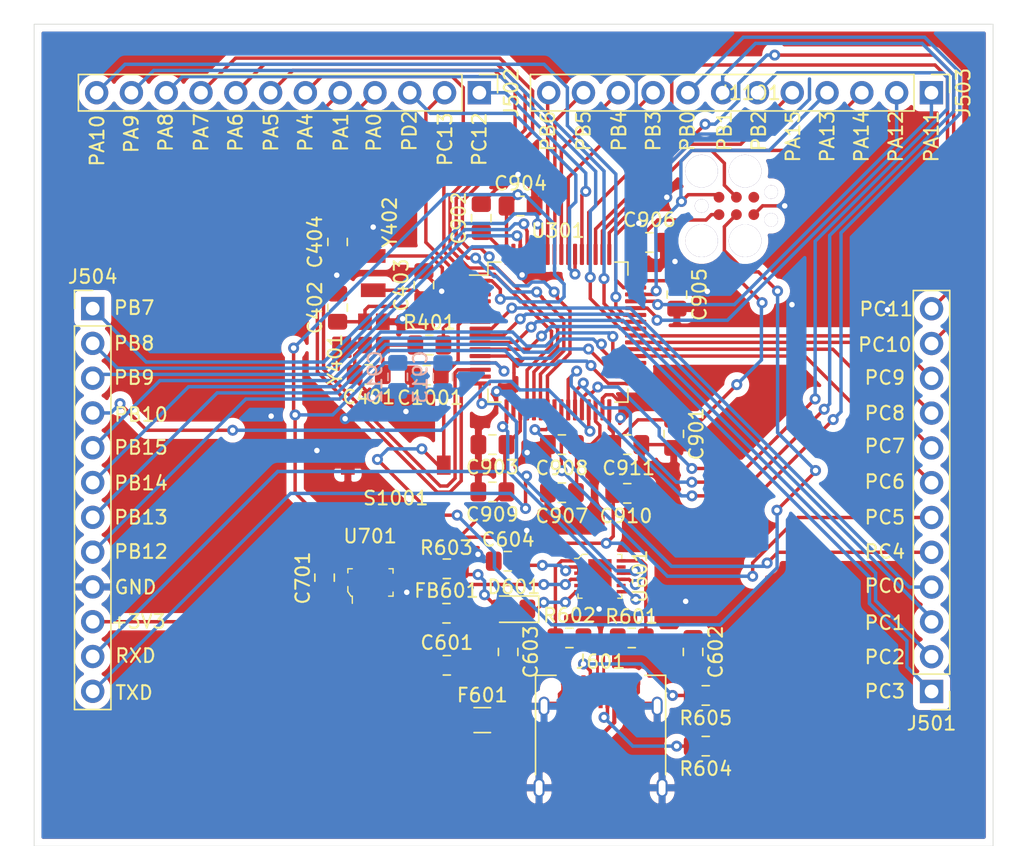
<source format=kicad_pcb>
(kicad_pcb (version 20171130) (host pcbnew "(5.1.6)-1")
  (layers (0 F.Cu signal) (31 B.Cu signal) (34 B.Paste user) (35 F.Paste user) (36 B.SilkS user) (37 F.SilkS user) (38 B.Mask user) (39 F.Mask user) (44 Edge.Cuts user))
  (net 0 "")
  (net 1 /STM32F401RBT6/Clocks/CLOCKOUT)
  (net 2 GND)
  (net 3 /STM32F401RBT6/Clocks/CLOCKIN)
  (net 4 /STM32F401RBT6/Clocks/RTCCRYSTALOUT)
  (net 5 /STM32F401RBT6/Clocks/RTCCRYSTALIN)
  (net 6 "Net-(C601-Pad2)")
  (net 7 +3V3)
  (net 8 /STM32F401RBT6/FILTERING/VCAP)
  (net 9 /STM32F401RBT6/MCU/RESET)
  (net 10 "Net-(D601-Pad1)")
  (net 11 "Net-(D601-Pad2)")
  (net 12 "Net-(F601-Pad2)")
  (net 13 "/STM32F401RBT6/Pin Headers/12")
  (net 14 "/STM32F401RBT6/Pin Headers/11")
  (net 15 "/STM32F401RBT6/Pin Headers/10")
  (net 16 "/STM32F401RBT6/Pin Headers/9")
  (net 17 "/STM32F401RBT6/Pin Headers/8")
  (net 18 "/STM32F401RBT6/Pin Headers/7")
  (net 19 "/STM32F401RBT6/Pin Headers/6")
  (net 20 "/STM32F401RBT6/Pin Headers/5")
  (net 21 "/STM32F401RBT6/Pin Headers/4")
  (net 22 "/STM32F401RBT6/Pin Headers/3")
  (net 23 "/STM32F401RBT6/Pin Headers/2")
  (net 24 "/STM32F401RBT6/Pin Headers/1")
  (net 25 "/STM32F401RBT6/Pin Headers/13")
  (net 26 "/STM32F401RBT6/Pin Headers/14")
  (net 27 "/STM32F401RBT6/Pin Headers/15")
  (net 28 "/STM32F401RBT6/Pin Headers/16")
  (net 29 "/STM32F401RBT6/Pin Headers/17")
  (net 30 "/STM32F401RBT6/Pin Headers/18")
  (net 31 "/STM32F401RBT6/Pin Headers/19")
  (net 32 "/STM32F401RBT6/Pin Headers/20")
  (net 33 "/STM32F401RBT6/Pin Headers/21")
  (net 34 "/STM32F401RBT6/Pin Headers/22")
  (net 35 "/STM32F401RBT6/Pin Headers/23")
  (net 36 "/STM32F401RBT6/Pin Headers/24")
  (net 37 "/STM32F401RBT6/Pin Headers/36")
  (net 38 "/STM32F401RBT6/Pin Headers/35")
  (net 39 "/STM32F401RBT6/Pin Headers/34")
  (net 40 "/STM32F401RBT6/Pin Headers/33")
  (net 41 "/STM32F401RBT6/Pin Headers/32")
  (net 42 "/STM32F401RBT6/Pin Headers/31")
  (net 43 "/STM32F401RBT6/Pin Headers/30")
  (net 44 "/STM32F401RBT6/Pin Headers/29")
  (net 45 "/STM32F401RBT6/Pin Headers/26")
  (net 46 "/STM32F401RBT6/Pin Headers/25")
  (net 47 "/STM32F401RBT6/Pin Headers/37")
  (net 48 "/STM32F401RBT6/Pin Headers/38")
  (net 49 "/STM32F401RBT6/Pin Headers/39")
  (net 50 "/STM32F401RBT6/Pin Headers/40")
  (net 51 "/STM32F401RBT6/Pin Headers/41")
  (net 52 "/STM32F401RBT6/Pin Headers/42")
  (net 53 "/STM32F401RBT6/Pin Headers/43")
  (net 54 "/STM32F401RBT6/Pin Headers/44")
  (net 55 "Net-(J601-PadA2)")
  (net 56 "Net-(J601-PadA3)")
  (net 57 "Net-(J601-PadA5)")
  (net 58 "Net-(J601-PadA10)")
  (net 59 "Net-(J601-PadA8)")
  (net 60 "Net-(J601-PadA11)")
  (net 61 "Net-(J601-PadB2)")
  (net 62 "Net-(J601-PadB3)")
  (net 63 "Net-(J601-PadB5)")
  (net 64 "Net-(J601-PadB6)")
  (net 65 "Net-(J601-PadB7)")
  (net 66 "Net-(J601-PadB8)")
  (net 67 "Net-(J601-PadB10)")
  (net 68 "Net-(J601-PadB11)")
  (net 69 "Net-(J1101-Pad6)")
  (net 70 "Net-(U601-Pad8)")
  (net 71 "Net-(U601-Pad11)")
  (net 72 "Net-(U701-Pad4)")
  (net 73 "Net-(C401-Pad1)")
  (net 74 /STM32F401RBT6/USB-C/D2-)
  (net 75 /STM32F401RBT6/USB-C/D2+)
  (net 76 /STM32F401RBT6/USB-C/D1+)
  (net 77 /STM32F401RBT6/USB-C/D1-)
  (net 78 /STM32F401RBT6/RXD)
  (net 79 /STM32F401RBT6/TXD)
  (net 80 /STM32F401RBT6/SWDIO)
  (net 81 /STM32F401RBT6/SWCLK)
  (net 82 VBUS)
  (module "NOVA MCU (STM):C_0805_2012Metric_Pad1.15x1.40mm_HandSolder" (layer F.Cu) (at 125.95 109.14 180)
    (fp_text reference C909 (at 0 -1.65) (layer F.SilkS))
    (fp_text value 4.7uF)
    (pad 2 smd roundrect (at 1.025 0 180) (size 1.15 1.4) (layers F.Cu F.Paste F.Mask) (roundrect_rratio 0.217391) (net 2 GND))
    (pad 1 smd roundrect (at -1.025 0 180) (size 1.15 1.4) (layers F.Cu F.Paste F.Mask) (roundrect_rratio 0.217391) (net 7 +3V3))
  )
  (module "NOVA MCU (STM):ECX-2236B" (layer F.Cu) (at 116.65 98.42 90)
    (fp_text reference Y401 (at -1.03 -2.19 90) (layer F.SilkS))
    (fp_text value ECS-260-8-36B-CKY-TR)
    (pad 4 smd rect (at 0 0 90) (size 1.2 1) (layers F.Cu F.Paste F.Mask) (net 2 GND))
    (pad 3 smd rect (at 1.7 0 90) (size 1.2 1) (layers F.Cu F.Paste F.Mask) (net 3 /STM32F401RBT6/Clocks/CLOCKIN))
    (pad 2 smd rect (at 1.7 1.3 90) (size 1.2 1) (layers F.Cu F.Paste F.Mask) (net 2 GND))
    (pad 1 smd rect (at 0 1.3 90) (size 1.2 1) (layers F.Cu F.Paste F.Mask) (net 73 "Net-(C401-Pad1)"))
  )
  (module "NOVA MCU (STM):SOT-753" (layer F.Cu) (at 117.05 115.75)
    (fp_text reference U701 (at -0.025 -3.375) (layer F.SilkS))
    (fp_text value MIC5219-3_3YM5-TR)
    (pad 1 smd rect (at -0.95 1.35) (size 0.6 1.05) (layers F.Cu F.Paste F.Mask) (net 82 VBUS))
    (pad 2 smd rect (at 0 1.35) (size 0.6 1.05) (layers F.Cu F.Paste F.Mask) (net 2 GND))
    (pad 3 smd rect (at 0.95 1.35) (size 0.6 1.05) (layers F.Cu F.Paste F.Mask) (net 82 VBUS))
    (pad 4 smd rect (at 0.95 -1.35) (size 0.6 1.05) (layers F.Cu F.Paste F.Mask) (net 72 "Net-(U701-Pad4)"))
    (pad 5 smd rect (at -0.95 -1.35) (size 0.6 1.05) (layers F.Cu F.Paste F.Mask) (net 7 +3V3))
  )
  (module "NOVA MCU (STM):DFN-12-1EP_3x3mm" (layer F.Cu) (at 133.8 115.3 270)
    (fp_text reference U601 (at 0 -2.925 90) (layer F.SilkS))
    (fp_text value FT234XD-R)
    (pad 13 smd rect (at 0 0 270) (size 2.5 1.7) (layers F.Cu F.Paste F.Mask) (net 2 GND))
    (pad 12 smd rect (at -1.125 -1.55 270) (size 0.25 0.65) (layers F.Cu F.Paste F.Mask) (net 74 /STM32F401RBT6/USB-C/D2-))
    (pad 11 smd rect (at -0.675 -1.55 270) (size 0.25 0.65) (layers F.Cu F.Paste F.Mask) (net 71 "Net-(U601-Pad11)"))
    (pad 10 smd rect (at -0.225 -1.55 270) (size 0.25 0.65) (layers F.Cu F.Paste F.Mask) (net 79 /STM32F401RBT6/TXD))
    (pad 9 smd rect (at 0.225 -1.55 270) (size 0.25 0.65) (layers F.Cu F.Paste F.Mask) (net 7 +3V3))
    (pad 8 smd rect (at 0.675 -1.55 270) (size 0.25 0.65) (layers F.Cu F.Paste F.Mask) (net 70 "Net-(U601-Pad8)"))
    (pad 7 smd rect (at 1.125 -1.55 270) (size 0.25 0.65) (layers F.Cu F.Paste F.Mask) (net 78 /STM32F401RBT6/RXD))
    (pad 6 smd rect (at 1.125 1.55 270) (size 0.25 0.65) (layers F.Cu F.Paste F.Mask) (net 10 "Net-(D601-Pad1)"))
    (pad 5 smd rect (at 0.675 1.55 270) (size 0.25 0.65) (layers F.Cu F.Paste F.Mask) (net 2 GND))
    (pad 4 smd rect (at 0.225 1.55 270) (size 0.25 0.65) (layers F.Cu F.Paste F.Mask) (net 82 VBUS))
    (pad 3 smd rect (at -0.225 1.55 270) (size 0.25 0.65) (layers F.Cu F.Paste F.Mask) (net 7 +3V3))
    (pad 2 smd rect (at -0.675 1.55 270) (size 0.25 0.65) (layers F.Cu F.Paste F.Mask) (net 7 +3V3))
    (pad 1 smd rect (at -1.125 1.55 270) (size 0.25 0.65) (layers F.Cu F.Paste F.Mask) (net 75 /STM32F401RBT6/USB-C/D2+))
  )
  (module "NOVA MCU (STM):LQFP-64_10x10mm_P0.5mm" (layer F.Cu) (at 130.735001 97.475001)
    (fp_text reference U301 (at 0 -7.4) (layer F.SilkS))
    (fp_text value STM32F401RBTx)
    (pad 64 smd roundrect (at -3.75 -5.675) (size 0.3 1.55) (layers F.Cu F.Paste F.Mask) (net 7 +3V3))
    (pad 63 smd roundrect (at -3.25 -5.675) (size 0.3 1.55) (layers F.Cu F.Paste F.Mask) (net 2 GND))
    (pad 62 smd roundrect (at -2.75 -5.675) (size 0.3 1.55) (layers F.Cu F.Paste F.Mask) (net 49 "/STM32F401RBT6/Pin Headers/39"))
    (pad 61 smd roundrect (at -2.25 -5.675) (size 0.3 1.55) (layers F.Cu F.Paste F.Mask) (net 48 "/STM32F401RBT6/Pin Headers/38"))
    (pad 60 smd roundrect (at -1.75 -5.675) (size 0.3 1.55) (layers F.Cu F.Paste F.Mask) (net 2 GND))
    (pad 59 smd roundrect (at -1.25 -5.675) (size 0.3 1.55) (layers F.Cu F.Paste F.Mask) (net 47 "/STM32F401RBT6/Pin Headers/37"))
    (pad 58 smd roundrect (at -0.75 -5.675) (size 0.3 1.55) (layers F.Cu F.Paste F.Mask) (net 37 "/STM32F401RBT6/Pin Headers/36"))
    (pad 57 smd roundrect (at -0.25 -5.675) (size 0.3 1.55) (layers F.Cu F.Paste F.Mask) (net 38 "/STM32F401RBT6/Pin Headers/35"))
    (pad 56 smd roundrect (at 0.25 -5.675) (size 0.3 1.55) (layers F.Cu F.Paste F.Mask) (net 39 "/STM32F401RBT6/Pin Headers/34"))
    (pad 55 smd roundrect (at 0.75 -5.675) (size 0.3 1.55) (layers F.Cu F.Paste F.Mask) (net 40 "/STM32F401RBT6/Pin Headers/33"))
    (pad 54 smd roundrect (at 1.25 -5.675) (size 0.3 1.55) (layers F.Cu F.Paste F.Mask) (net 27 "/STM32F401RBT6/Pin Headers/15"))
    (pad 53 smd roundrect (at 1.75 -5.675) (size 0.3 1.55) (layers F.Cu F.Paste F.Mask) (net 25 "/STM32F401RBT6/Pin Headers/13"))
    (pad 52 smd roundrect (at 2.25 -5.675) (size 0.3 1.55) (layers F.Cu F.Paste F.Mask) (net 13 "/STM32F401RBT6/Pin Headers/12"))
    (pad 51 smd roundrect (at 2.75 -5.675) (size 0.3 1.55) (layers F.Cu F.Paste F.Mask) (net 14 "/STM32F401RBT6/Pin Headers/11"))
    (pad 50 smd roundrect (at 3.25 -5.675) (size 0.3 1.55) (layers F.Cu F.Paste F.Mask) (net 44 "/STM32F401RBT6/Pin Headers/29"))
    (pad 49 smd roundrect (at 3.75 -5.675) (size 0.3 1.55) (layers F.Cu F.Paste F.Mask) (net 81 /STM32F401RBT6/SWCLK))
    (pad 48 smd roundrect (at 5.675 -3.75) (size 1.55 0.3) (layers F.Cu F.Paste F.Mask) (net 7 +3V3))
    (pad 47 smd roundrect (at 5.675 -3.25) (size 1.55 0.3) (layers F.Cu F.Paste F.Mask) (net 2 GND))
    (pad 46 smd roundrect (at 5.675 -2.75) (size 1.55 0.3) (layers F.Cu F.Paste F.Mask) (net 80 /STM32F401RBT6/SWDIO))
    (pad 45 smd roundrect (at 5.675 -2.25) (size 1.55 0.3) (layers F.Cu F.Paste F.Mask) (net 45 "/STM32F401RBT6/Pin Headers/26"))
    (pad 44 smd roundrect (at 5.675 -1.75) (size 1.55 0.3) (layers F.Cu F.Paste F.Mask) (net 46 "/STM32F401RBT6/Pin Headers/25"))
    (pad 43 smd roundrect (at 5.675 -1.25) (size 1.55 0.3) (layers F.Cu F.Paste F.Mask) (net 36 "/STM32F401RBT6/Pin Headers/24"))
    (pad 42 smd roundrect (at 5.675 -0.75) (size 1.55 0.3) (layers F.Cu F.Paste F.Mask) (net 35 "/STM32F401RBT6/Pin Headers/23"))
    (pad 41 smd roundrect (at 5.675 -0.25) (size 1.55 0.3) (layers F.Cu F.Paste F.Mask) (net 34 "/STM32F401RBT6/Pin Headers/22"))
    (pad 40 smd roundrect (at 5.675 0.25) (size 1.55 0.3) (layers F.Cu F.Paste F.Mask) (net 15 "/STM32F401RBT6/Pin Headers/10"))
    (pad 39 smd roundrect (at 5.675 0.75) (size 1.55 0.3) (layers F.Cu F.Paste F.Mask) (net 16 "/STM32F401RBT6/Pin Headers/9"))
    (pad 38 smd roundrect (at 5.675 1.25) (size 1.55 0.3) (layers F.Cu F.Paste F.Mask) (net 17 "/STM32F401RBT6/Pin Headers/8"))
    (pad 37 smd roundrect (at 5.675 1.75) (size 1.55 0.3) (layers F.Cu F.Paste F.Mask) (net 18 "/STM32F401RBT6/Pin Headers/7"))
    (pad 36 smd roundrect (at 5.675 2.25) (size 1.55 0.3) (layers F.Cu F.Paste F.Mask) (net 54 "/STM32F401RBT6/Pin Headers/44"))
    (pad 35 smd roundrect (at 5.675 2.75) (size 1.55 0.3) (layers F.Cu F.Paste F.Mask) (net 53 "/STM32F401RBT6/Pin Headers/43"))
    (pad 34 smd roundrect (at 5.675 3.25) (size 1.55 0.3) (layers F.Cu F.Paste F.Mask) (net 52 "/STM32F401RBT6/Pin Headers/42"))
    (pad 33 smd roundrect (at 5.675 3.75) (size 1.55 0.3) (layers F.Cu F.Paste F.Mask) (net 51 "/STM32F401RBT6/Pin Headers/41"))
    (pad 32 smd roundrect (at 3.75 5.675) (size 0.3 1.55) (layers F.Cu F.Paste F.Mask) (net 7 +3V3))
    (pad 31 smd roundrect (at 3.25 5.675) (size 0.3 1.55) (layers F.Cu F.Paste F.Mask) (net 2 GND))
    (pad 30 smd roundrect (at 2.75 5.675) (size 0.3 1.55) (layers F.Cu F.Paste F.Mask) (net 8 /STM32F401RBT6/FILTERING/VCAP))
    (pad 29 smd roundrect (at 2.25 5.675) (size 0.3 1.55) (layers F.Cu F.Paste F.Mask) (net 50 "/STM32F401RBT6/Pin Headers/40"))
    (pad 28 smd roundrect (at 1.75 5.675) (size 0.3 1.55) (layers F.Cu F.Paste F.Mask) (net 41 "/STM32F401RBT6/Pin Headers/32"))
    (pad 27 smd roundrect (at 1.25 5.675) (size 0.3 1.55) (layers F.Cu F.Paste F.Mask) (net 42 "/STM32F401RBT6/Pin Headers/31"))
    (pad 26 smd roundrect (at 0.75 5.675) (size 0.3 1.55) (layers F.Cu F.Paste F.Mask) (net 43 "/STM32F401RBT6/Pin Headers/30"))
    (pad 25 smd roundrect (at 0.25 5.675) (size 0.3 1.55) (layers F.Cu F.Paste F.Mask) (net 19 "/STM32F401RBT6/Pin Headers/6"))
    (pad 24 smd roundrect (at -0.25 5.675) (size 0.3 1.55) (layers F.Cu F.Paste F.Mask) (net 20 "/STM32F401RBT6/Pin Headers/5"))
    (pad 23 smd roundrect (at -0.75 5.675) (size 0.3 1.55) (layers F.Cu F.Paste F.Mask) (net 33 "/STM32F401RBT6/Pin Headers/21"))
    (pad 22 smd roundrect (at -1.25 5.675) (size 0.3 1.55) (layers F.Cu F.Paste F.Mask) (net 32 "/STM32F401RBT6/Pin Headers/20"))
    (pad 21 smd roundrect (at -1.75 5.675) (size 0.3 1.55) (layers F.Cu F.Paste F.Mask) (net 31 "/STM32F401RBT6/Pin Headers/19"))
    (pad 20 smd roundrect (at -2.25 5.675) (size 0.3 1.55) (layers F.Cu F.Paste F.Mask) (net 30 "/STM32F401RBT6/Pin Headers/18"))
    (pad 19 smd roundrect (at -2.75 5.675) (size 0.3 1.55) (layers F.Cu F.Paste F.Mask) (net 7 +3V3))
    (pad 18 smd roundrect (at -3.25 5.675) (size 0.3 1.55) (layers F.Cu F.Paste F.Mask) (net 2 GND))
    (pad 17 smd roundrect (at -3.75 5.675) (size 0.3 1.55) (layers F.Cu F.Paste F.Mask) (net 78 /STM32F401RBT6/RXD))
    (pad 16 smd roundrect (at -5.675 3.75) (size 1.55 0.3) (layers F.Cu F.Paste F.Mask) (net 79 /STM32F401RBT6/TXD))
    (pad 15 smd roundrect (at -5.675 3.25) (size 1.55 0.3) (layers F.Cu F.Paste F.Mask) (net 29 "/STM32F401RBT6/Pin Headers/17"))
    (pad 14 smd roundrect (at -5.675 2.75) (size 1.55 0.3) (layers F.Cu F.Paste F.Mask) (net 28 "/STM32F401RBT6/Pin Headers/16"))
    (pad 13 smd roundrect (at -5.675 2.25) (size 1.55 0.3) (layers F.Cu F.Paste F.Mask) (net 7 +3V3))
    (pad 12 smd roundrect (at -5.675 1.75) (size 1.55 0.3) (layers F.Cu F.Paste F.Mask) (net 2 GND))
    (pad 11 smd roundrect (at -5.675 1.25) (size 1.55 0.3) (layers F.Cu F.Paste F.Mask) (net 21 "/STM32F401RBT6/Pin Headers/4"))
    (pad 10 smd roundrect (at -5.675 0.75) (size 1.55 0.3) (layers F.Cu F.Paste F.Mask) (net 22 "/STM32F401RBT6/Pin Headers/3"))
    (pad 9 smd roundrect (at -5.675 0.25) (size 1.55 0.3) (layers F.Cu F.Paste F.Mask) (net 23 "/STM32F401RBT6/Pin Headers/2"))
    (pad 8 smd roundrect (at -5.675 -0.25) (size 1.55 0.3) (layers F.Cu F.Paste F.Mask) (net 24 "/STM32F401RBT6/Pin Headers/1"))
    (pad 7 smd roundrect (at -5.675 -0.75) (size 1.55 0.3) (layers F.Cu F.Paste F.Mask) (net 9 /STM32F401RBT6/MCU/RESET))
    (pad 6 smd roundrect (at -5.675 -1.25) (size 1.55 0.3) (layers F.Cu F.Paste F.Mask) (net 1 /STM32F401RBT6/Clocks/CLOCKOUT))
    (pad 5 smd roundrect (at -5.675 -1.75) (size 1.55 0.3) (layers F.Cu F.Paste F.Mask) (net 3 /STM32F401RBT6/Clocks/CLOCKIN))
    (pad 4 smd roundrect (at -5.675 -2.25) (size 1.55 0.3) (layers F.Cu F.Paste F.Mask) (net 4 /STM32F401RBT6/Clocks/RTCCRYSTALOUT))
    (pad 3 smd roundrect (at -5.675 -2.75) (size 1.55 0.3) (layers F.Cu F.Paste F.Mask) (net 5 /STM32F401RBT6/Clocks/RTCCRYSTALIN))
    (pad 2 smd roundrect (at -5.675 -3.25) (size 1.55 0.3) (layers F.Cu F.Paste F.Mask) (net 26 "/STM32F401RBT6/Pin Headers/14"))
    (pad 1 smd roundrect (at -5.675 -3.75) (size 1.55 0.3) (layers F.Cu F.Paste F.Mask) (net 7 +3V3))
  )
  (module "NOVA MCU (STM):KSR223GLFG" (layer F.Cu) (at 115.4 107.188)
    (fp_text reference S1001 (at 3.5 2.412) (layer F.SilkS))
    (fp_text value KSR223GLFG)
    (pad 2 smd rect (at 7 0) (size 1 1.4) (layers F.Cu F.Paste F.Mask) (net 9 /STM32F401RBT6/MCU/RESET))
    (pad 1 smd rect (at 0 0) (size 1 1.4) (layers F.Cu F.Paste F.Mask) (net 2 GND))
  )
  (module "NOVA MCU (STM):R_0805_2012Metric_Pad1.15x1.40mm_HandSolder" (layer F.Cu) (at 141.525 124 180)
    (fp_text reference R605 (at 0 -1.65) (layer F.SilkS))
    (fp_text value 5K)
    (pad 2 smd roundrect (at 1.025 0 180) (size 1.15 1.4) (layers F.Cu F.Paste F.Mask) (roundrect_rratio 0.217391) (net 57 "Net-(J601-PadA5)"))
    (pad 1 smd roundrect (at -1.025 0 180) (size 1.15 1.4) (layers F.Cu F.Paste F.Mask) (roundrect_rratio 0.217391) (net 2 GND))
  )
  (module "NOVA MCU (STM):R_0805_2012Metric_Pad1.15x1.40mm_HandSolder" (layer F.Cu) (at 141.525 127.7 180)
    (fp_text reference R604 (at 0 -1.65) (layer F.SilkS))
    (fp_text value 5K)
    (pad 2 smd roundrect (at 1.025 0 180) (size 1.15 1.4) (layers F.Cu F.Paste F.Mask) (roundrect_rratio 0.217391) (net 63 "Net-(J601-PadB5)"))
    (pad 1 smd roundrect (at -1.025 0 180) (size 1.15 1.4) (layers F.Cu F.Paste F.Mask) (roundrect_rratio 0.217391) (net 2 GND))
  )
  (module "NOVA MCU (STM):R_0805_2012Metric_Pad1.15x1.40mm_HandSolder" (layer F.Cu) (at 122.625 114.75 180)
    (fp_text reference R603 (at 0.035 1.53) (layer F.SilkS))
    (fp_text value "270 OHM")
    (pad 2 smd roundrect (at 1.025 0 180) (size 1.15 1.4) (layers F.Cu F.Paste F.Mask) (roundrect_rratio 0.217391) (net 7 +3V3))
    (pad 1 smd roundrect (at -1.025 0 180) (size 1.15 1.4) (layers F.Cu F.Paste F.Mask) (roundrect_rratio 0.217391) (net 11 "Net-(D601-Pad2)"))
  )
  (module "NOVA MCU (STM):R_0805_2012Metric_Pad1.15x1.40mm_HandSolder" (layer F.Cu) (at 131.575 119.8)
    (fp_text reference R602 (at 0 -1.65) (layer F.SilkS))
    (fp_text value "27 OHM")
    (pad 2 smd roundrect (at 1.025 0) (size 1.15 1.4) (layers F.Cu F.Paste F.Mask) (roundrect_rratio 0.217391) (net 76 /STM32F401RBT6/USB-C/D1+))
    (pad 1 smd roundrect (at -1.025 0) (size 1.15 1.4) (layers F.Cu F.Paste F.Mask) (roundrect_rratio 0.217391) (net 75 /STM32F401RBT6/USB-C/D2+))
  )
  (module "NOVA MCU (STM):R_0805_2012Metric_Pad1.15x1.40mm_HandSolder" (layer F.Cu) (at 136.125 119.8 180)
    (fp_text reference R601 (at 0.015 1.56) (layer F.SilkS))
    (fp_text value "27 OHM")
    (pad 2 smd roundrect (at 1.025 0 180) (size 1.15 1.4) (layers F.Cu F.Paste F.Mask) (roundrect_rratio 0.217391) (net 77 /STM32F401RBT6/USB-C/D1-))
    (pad 1 smd roundrect (at -1.025 0 180) (size 1.15 1.4) (layers F.Cu F.Paste F.Mask) (roundrect_rratio 0.217391) (net 74 /STM32F401RBT6/USB-C/D2-))
  )
  (module "NOVA MCU (STM):R_0805_2012Metric_Pad1.15x1.40mm_HandSolder" (layer F.Cu) (at 121.35 98.42)
    (fp_text reference R401 (at 0 -1.65) (layer F.SilkS))
    (fp_text value TBD)
    (pad 2 smd roundrect (at 1.025 0) (size 1.15 1.4) (layers F.Cu F.Paste F.Mask) (roundrect_rratio 0.217391) (net 1 /STM32F401RBT6/Clocks/CLOCKOUT))
    (pad 1 smd roundrect (at -1.025 0) (size 1.15 1.4) (layers F.Cu F.Paste F.Mask) (roundrect_rratio 0.217391) (net 73 "Net-(C401-Pad1)"))
  )
  (module "NOVA MCU (STM):j-link_6_pin_needle" (layer F.Cu) (at 141.224 88.265)
    (fp_text reference J1101 (at 3.5 -8.25) (layer F.SilkS))
    (fp_text value Conn_01x06_Male)
    (pad 1 smd circle (at 1.27 0.635) (size 0.787 0.787) (layers F.Cu F.Paste F.Mask) (net 7 +3V3))
    (pad 2 smd circle (at 1.27 -0.635) (size 0.787 0.787) (layers F.Cu F.Paste F.Mask) (net 80 /STM32F401RBT6/SWDIO))
    (pad 3 smd circle (at 2.54 0.635) (size 0.787 0.787) (layers F.Cu F.Paste F.Mask) (net 9 /STM32F401RBT6/MCU/RESET))
    (pad 4 smd circle (at 2.54 -0.635) (size 0.787 0.787) (layers F.Cu F.Paste F.Mask) (net 81 /STM32F401RBT6/SWCLK))
    (pad 5 smd circle (at 3.81 0.635) (size 0.787 0.787) (layers F.Cu F.Paste F.Mask) (net 2 GND))
    (pad 6 smd circle (at 3.81 -0.635) (size 0.787 0.787) (layers F.Cu F.Paste F.Mask) (net 69 "Net-(J1101-Pad6)"))
    (pad "" thru_hole circle (at 0 0) (size 0.991 0.991) (drill 0.991) (layers *.Cu *.Mask))
    (pad "" thru_hole circle (at 5.08 -1.016) (size 0.991 0.991) (drill 0.991) (layers *.Cu *.Mask))
    (pad "" thru_hole circle (at 5.08 1.016) (size 0.991 0.991) (drill 0.991) (layers *.Cu *.Mask))
    (pad "" thru_hole circle (at 0 -2.54) (size 2.375 2.375) (drill 2.375) (layers *.Cu *.Mask))
    (pad "" thru_hole circle (at 3.175 -2.54) (size 2.375 2.375) (drill 2.375) (layers *.Cu *.Mask))
    (pad "" thru_hole circle (at 0 2.54) (size 2.375 2.375) (drill 2.375) (layers *.Cu *.Mask))
    (pad "" thru_hole circle (at 3.175 2.54) (size 2.375 2.375) (drill 2.375) (layers *.Cu *.Mask))
  )
  (module "NOVA MCU (STM):USB_C_Receptacle_Amphenol_12401610E4-2A" (layer F.Cu) (at 133.85 127.9)
    (fp_text reference J601 (at 0 -6.36) (layer F.SilkS))
    (fp_text value USB_C_Receptacle)
    (pad B12 smd rect (at -3 -3.32) (size 0.3 0.7) (layers F.Cu F.Paste F.Mask) (net 2 GND))
    (pad B11 smd rect (at -2.5 -3.32) (size 0.3 0.7) (layers F.Cu F.Paste F.Mask) (net 68 "Net-(J601-PadB11)"))
    (pad B10 smd rect (at -2 -3.32) (size 0.3 0.7) (layers F.Cu F.Paste F.Mask) (net 67 "Net-(J601-PadB10)"))
    (pad B9 smd rect (at -1.5 -3.32) (size 0.3 0.7) (layers F.Cu F.Paste F.Mask) (net 12 "Net-(F601-Pad2)"))
    (pad B8 smd rect (at -1 -3.32) (size 0.3 0.7) (layers F.Cu F.Paste F.Mask) (net 66 "Net-(J601-PadB8)"))
    (pad B7 smd rect (at -0.5 -3.32) (size 0.3 0.7) (layers F.Cu F.Paste F.Mask) (net 65 "Net-(J601-PadB7)"))
    (pad B6 smd rect (at 0 -3.32) (size 0.3 0.7) (layers F.Cu F.Paste F.Mask) (net 64 "Net-(J601-PadB6)"))
    (pad B5 smd rect (at 0.5 -3.32) (size 0.3 0.7) (layers F.Cu F.Paste F.Mask) (net 63 "Net-(J601-PadB5)"))
    (pad B4 smd rect (at 1 -3.32) (size 0.3 0.7) (layers F.Cu F.Paste F.Mask) (net 12 "Net-(F601-Pad2)"))
    (pad B3 smd rect (at 1.5 -3.32) (size 0.3 0.7) (layers F.Cu F.Paste F.Mask) (net 62 "Net-(J601-PadB3)"))
    (pad B2 smd rect (at 2 -3.32) (size 0.3 0.7) (layers F.Cu F.Paste F.Mask) (net 61 "Net-(J601-PadB2)"))
    (pad "" np_thru_hole circle (at -3.6 -4.36) (size 0.65 0.65) (drill 0.65) (layers *.Cu *.Mask))
    (pad "" np_thru_hole oval (at 3.6 -4.36) (size 0.95 0.65) (drill oval 0.95 0.65) (layers *.Cu *.Mask))
    (pad S1 thru_hole oval (at -4.49 2.84) (size 0.8 1.4) (drill oval 0.5 1.1) (layers *.Cu *.Mask) (net 2 GND))
    (pad S1 thru_hole oval (at 4.49 2.84) (size 0.8 1.4) (drill oval 0.5 1.1) (layers *.Cu *.Mask) (net 2 GND))
    (pad S1 thru_hole oval (at 4.13 -3.11) (size 0.8 1.4) (drill oval 0.5 1.1) (layers *.Cu *.Mask) (net 2 GND))
    (pad B1 smd rect (at 2.5 -3.32) (size 0.3 0.7) (layers F.Cu F.Paste F.Mask) (net 2 GND))
    (pad A11 smd rect (at 2.25 -5.02) (size 0.3 0.7) (layers F.Cu F.Paste F.Mask) (net 60 "Net-(J601-PadA11)"))
    (pad A8 smd rect (at 0.75 -5.02) (size 0.3 0.7) (layers F.Cu F.Paste F.Mask) (net 59 "Net-(J601-PadA8)"))
    (pad A9 smd rect (at 1.25 -5.02) (size 0.3 0.7) (layers F.Cu F.Paste F.Mask) (net 12 "Net-(F601-Pad2)"))
    (pad A10 smd rect (at 1.75 -5.02) (size 0.3 0.7) (layers F.Cu F.Paste F.Mask) (net 58 "Net-(J601-PadA10)"))
    (pad A12 smd rect (at 2.75 -5.02) (size 0.3 0.7) (layers F.Cu F.Paste F.Mask) (net 2 GND))
    (pad A7 smd rect (at 0.25 -5.02) (size 0.3 0.7) (layers F.Cu F.Paste F.Mask) (net 77 /STM32F401RBT6/USB-C/D1-))
    (pad A6 smd rect (at -0.25 -5.02) (size 0.3 0.7) (layers F.Cu F.Paste F.Mask) (net 76 /STM32F401RBT6/USB-C/D1+))
    (pad A5 smd rect (at -0.75 -5.02) (size 0.3 0.7) (layers F.Cu F.Paste F.Mask) (net 57 "Net-(J601-PadA5)"))
    (pad A4 smd rect (at -1.25 -5.02) (size 0.3 0.7) (layers F.Cu F.Paste F.Mask) (net 12 "Net-(F601-Pad2)"))
    (pad A3 smd rect (at -1.75 -5.02) (size 0.3 0.7) (layers F.Cu F.Paste F.Mask) (net 56 "Net-(J601-PadA3)"))
    (pad A2 smd rect (at -2.25 -5.02) (size 0.3 0.7) (layers F.Cu F.Paste F.Mask) (net 55 "Net-(J601-PadA2)"))
    (pad A1 smd rect (at -2.75 -5.02) (size 0.3 0.7) (layers F.Cu F.Paste F.Mask) (net 2 GND))
    (pad S1 thru_hole oval (at -4.13 -3.11) (size 0.8 1.4) (drill oval 0.5 1.1) (layers *.Cu *.Mask) (net 2 GND))
  )
  (module "NOVA MCU (STM):PinHeader_1x12_P2.54mm_Vertical" (layer F.Cu) (at 96.774 95.758)
    (fp_text reference J504 (at 0 -2.33) (layer F.SilkS))
    (fp_text value Conn_01x12_Male)
    (pad 12 thru_hole oval (at 0 27.94) (size 1.7 1.7) (drill 1) (layers *.Cu *.Mask) (net 79 /STM32F401RBT6/TXD))
    (pad 11 thru_hole oval (at 0 25.4) (size 1.7 1.7) (drill 1) (layers *.Cu *.Mask) (net 78 /STM32F401RBT6/RXD))
    (pad 10 thru_hole oval (at 0 22.86) (size 1.7 1.7) (drill 1) (layers *.Cu *.Mask) (net 7 +3V3))
    (pad 9 thru_hole oval (at 0 20.32) (size 1.7 1.7) (drill 1) (layers *.Cu *.Mask) (net 2 GND))
    (pad 8 thru_hole oval (at 0 17.78) (size 1.7 1.7) (drill 1) (layers *.Cu *.Mask) (net 51 "/STM32F401RBT6/Pin Headers/41"))
    (pad 7 thru_hole oval (at 0 15.24) (size 1.7 1.7) (drill 1) (layers *.Cu *.Mask) (net 52 "/STM32F401RBT6/Pin Headers/42"))
    (pad 6 thru_hole oval (at 0 12.7) (size 1.7 1.7) (drill 1) (layers *.Cu *.Mask) (net 53 "/STM32F401RBT6/Pin Headers/43"))
    (pad 5 thru_hole oval (at 0 10.16) (size 1.7 1.7) (drill 1) (layers *.Cu *.Mask) (net 54 "/STM32F401RBT6/Pin Headers/44"))
    (pad 4 thru_hole oval (at 0 7.62) (size 1.7 1.7) (drill 1) (layers *.Cu *.Mask) (net 50 "/STM32F401RBT6/Pin Headers/40"))
    (pad 3 thru_hole oval (at 0 5.08) (size 1.7 1.7) (drill 1) (layers *.Cu *.Mask) (net 49 "/STM32F401RBT6/Pin Headers/39"))
    (pad 2 thru_hole oval (at 0 2.54) (size 1.7 1.7) (drill 1) (layers *.Cu *.Mask) (net 48 "/STM32F401RBT6/Pin Headers/38"))
    (pad 1 thru_hole rect (at 0 0) (size 1.7 1.7) (drill 1) (layers *.Cu *.Mask) (net 47 "/STM32F401RBT6/Pin Headers/37"))
  )
  (module "NOVA MCU (STM):PinHeader_1x12_P2.54mm_Vertical" (layer F.Cu) (at 158 80 270)
    (fp_text reference J503 (at 0 -2.33 90) (layer F.SilkS))
    (fp_text value Conn_01x12_Male)
    (pad 12 thru_hole oval (at 0 27.94 270) (size 1.7 1.7) (drill 1) (layers *.Cu *.Mask) (net 37 "/STM32F401RBT6/Pin Headers/36"))
    (pad 11 thru_hole oval (at 0 25.4 270) (size 1.7 1.7) (drill 1) (layers *.Cu *.Mask) (net 38 "/STM32F401RBT6/Pin Headers/35"))
    (pad 10 thru_hole oval (at 0 22.86 270) (size 1.7 1.7) (drill 1) (layers *.Cu *.Mask) (net 39 "/STM32F401RBT6/Pin Headers/34"))
    (pad 9 thru_hole oval (at 0 20.32 270) (size 1.7 1.7) (drill 1) (layers *.Cu *.Mask) (net 40 "/STM32F401RBT6/Pin Headers/33"))
    (pad 8 thru_hole oval (at 0 17.78 270) (size 1.7 1.7) (drill 1) (layers *.Cu *.Mask) (net 43 "/STM32F401RBT6/Pin Headers/30"))
    (pad 7 thru_hole oval (at 0 15.24 270) (size 1.7 1.7) (drill 1) (layers *.Cu *.Mask) (net 42 "/STM32F401RBT6/Pin Headers/31"))
    (pad 6 thru_hole oval (at 0 12.7 270) (size 1.7 1.7) (drill 1) (layers *.Cu *.Mask) (net 41 "/STM32F401RBT6/Pin Headers/32"))
    (pad 5 thru_hole oval (at 0 10.16 270) (size 1.7 1.7) (drill 1) (layers *.Cu *.Mask) (net 44 "/STM32F401RBT6/Pin Headers/29"))
    (pad 4 thru_hole oval (at 0 7.62 270) (size 1.7 1.7) (drill 1) (layers *.Cu *.Mask) (net 80 /STM32F401RBT6/SWDIO))
    (pad 3 thru_hole oval (at 0 5.08 270) (size 1.7 1.7) (drill 1) (layers *.Cu *.Mask) (net 81 /STM32F401RBT6/SWCLK))
    (pad 2 thru_hole oval (at 0 2.54 270) (size 1.7 1.7) (drill 1) (layers *.Cu *.Mask) (net 45 "/STM32F401RBT6/Pin Headers/26"))
    (pad 1 thru_hole rect (at 0 0 270) (size 1.7 1.7) (drill 1) (layers *.Cu *.Mask) (net 46 "/STM32F401RBT6/Pin Headers/25"))
  )
  (module "NOVA MCU (STM):PinHeader_1x12_P2.54mm_Vertical" (layer F.Cu) (at 125 80 270)
    (fp_text reference J502 (at 0 -2.33 90) (layer F.SilkS))
    (fp_text value Conn_01x12_Male)
    (pad 12 thru_hole oval (at 0 27.94 270) (size 1.7 1.7) (drill 1) (layers *.Cu *.Mask) (net 36 "/STM32F401RBT6/Pin Headers/24"))
    (pad 11 thru_hole oval (at 0 25.4 270) (size 1.7 1.7) (drill 1) (layers *.Cu *.Mask) (net 35 "/STM32F401RBT6/Pin Headers/23"))
    (pad 10 thru_hole oval (at 0 22.86 270) (size 1.7 1.7) (drill 1) (layers *.Cu *.Mask) (net 34 "/STM32F401RBT6/Pin Headers/22"))
    (pad 9 thru_hole oval (at 0 20.32 270) (size 1.7 1.7) (drill 1) (layers *.Cu *.Mask) (net 33 "/STM32F401RBT6/Pin Headers/21"))
    (pad 8 thru_hole oval (at 0 17.78 270) (size 1.7 1.7) (drill 1) (layers *.Cu *.Mask) (net 32 "/STM32F401RBT6/Pin Headers/20"))
    (pad 7 thru_hole oval (at 0 15.24 270) (size 1.7 1.7) (drill 1) (layers *.Cu *.Mask) (net 31 "/STM32F401RBT6/Pin Headers/19"))
    (pad 6 thru_hole oval (at 0 12.7 270) (size 1.7 1.7) (drill 1) (layers *.Cu *.Mask) (net 30 "/STM32F401RBT6/Pin Headers/18"))
    (pad 5 thru_hole oval (at 0 10.16 270) (size 1.7 1.7) (drill 1) (layers *.Cu *.Mask) (net 29 "/STM32F401RBT6/Pin Headers/17"))
    (pad 4 thru_hole oval (at 0 7.62 270) (size 1.7 1.7) (drill 1) (layers *.Cu *.Mask) (net 28 "/STM32F401RBT6/Pin Headers/16"))
    (pad 3 thru_hole oval (at 0 5.08 270) (size 1.7 1.7) (drill 1) (layers *.Cu *.Mask) (net 27 "/STM32F401RBT6/Pin Headers/15"))
    (pad 2 thru_hole oval (at 0 2.54 270) (size 1.7 1.7) (drill 1) (layers *.Cu *.Mask) (net 26 "/STM32F401RBT6/Pin Headers/14"))
    (pad 1 thru_hole rect (at 0 0 270) (size 1.7 1.7) (drill 1) (layers *.Cu *.Mask) (net 25 "/STM32F401RBT6/Pin Headers/13"))
  )
  (module "NOVA MCU (STM):PinHeader_1x12_P2.54mm_Vertical" (layer F.Cu) (at 158.01 123.71 180)
    (fp_text reference J501 (at 0 -2.33) (layer F.SilkS))
    (fp_text value Conn_01x12_Male)
    (pad 12 thru_hole oval (at 0 27.94 180) (size 1.7 1.7) (drill 1) (layers *.Cu *.Mask) (net 13 "/STM32F401RBT6/Pin Headers/12"))
    (pad 11 thru_hole oval (at 0 25.4 180) (size 1.7 1.7) (drill 1) (layers *.Cu *.Mask) (net 14 "/STM32F401RBT6/Pin Headers/11"))
    (pad 10 thru_hole oval (at 0 22.86 180) (size 1.7 1.7) (drill 1) (layers *.Cu *.Mask) (net 15 "/STM32F401RBT6/Pin Headers/10"))
    (pad 9 thru_hole oval (at 0 20.32 180) (size 1.7 1.7) (drill 1) (layers *.Cu *.Mask) (net 16 "/STM32F401RBT6/Pin Headers/9"))
    (pad 8 thru_hole oval (at 0 17.78 180) (size 1.7 1.7) (drill 1) (layers *.Cu *.Mask) (net 17 "/STM32F401RBT6/Pin Headers/8"))
    (pad 7 thru_hole oval (at 0 15.24 180) (size 1.7 1.7) (drill 1) (layers *.Cu *.Mask) (net 18 "/STM32F401RBT6/Pin Headers/7"))
    (pad 6 thru_hole oval (at 0 12.7 180) (size 1.7 1.7) (drill 1) (layers *.Cu *.Mask) (net 19 "/STM32F401RBT6/Pin Headers/6"))
    (pad 5 thru_hole oval (at 0 10.16 180) (size 1.7 1.7) (drill 1) (layers *.Cu *.Mask) (net 20 "/STM32F401RBT6/Pin Headers/5"))
    (pad 4 thru_hole oval (at 0 7.62 180) (size 1.7 1.7) (drill 1) (layers *.Cu *.Mask) (net 24 "/STM32F401RBT6/Pin Headers/1"))
    (pad 3 thru_hole oval (at 0 5.08 180) (size 1.7 1.7) (drill 1) (layers *.Cu *.Mask) (net 23 "/STM32F401RBT6/Pin Headers/2"))
    (pad 2 thru_hole oval (at 0 2.54 180) (size 1.7 1.7) (drill 1) (layers *.Cu *.Mask) (net 22 "/STM32F401RBT6/Pin Headers/3"))
    (pad 1 thru_hole rect (at 0 0 180) (size 1.7 1.7) (drill 1) (layers *.Cu *.Mask) (net 21 "/STM32F401RBT6/Pin Headers/4"))
  )
  (module "NOVA MCU (STM):R_0805_2012Metric_Pad1.15x1.40mm_HandSolder" (layer F.Cu) (at 122.6 118)
    (fp_text reference FB601 (at 0 -1.65) (layer F.SilkS))
    (fp_text value "600 OHM")
    (pad 2 smd roundrect (at 1.025 0) (size 1.15 1.4) (layers F.Cu F.Paste F.Mask) (roundrect_rratio 0.217391) (net 6 "Net-(C601-Pad2)"))
    (pad 1 smd roundrect (at -1.025 0) (size 1.15 1.4) (layers F.Cu F.Paste F.Mask) (roundrect_rratio 0.217391) (net 82 VBUS))
  )
  (module "NOVA MCU (STM):Fuse_1206_3216Metric_Pad1.42x1.75mm_HandSolder" (layer F.Cu) (at 125.2125 125.8)
    (fp_text reference F601 (at 0 -1.82) (layer F.SilkS))
    (fp_text value 500mA)
    (pad 2 smd roundrect (at 1.4875 0) (size 1.425 1.75) (layers F.Cu F.Paste F.Mask) (roundrect_rratio 0.175439) (net 12 "Net-(F601-Pad2)"))
    (pad 1 smd roundrect (at -1.4875 0) (size 1.425 1.75) (layers F.Cu F.Paste F.Mask) (roundrect_rratio 0.175439) (net 6 "Net-(C601-Pad2)"))
  )
  (module "NOVA MCU (STM):LED_0805_2012Metric_Pad1.15x1.40mm_HandSolder" (layer F.Cu) (at 127.475 117.7 180)
    (fp_text reference D601 (at -0.045 1.62) (layer F.SilkS))
    (fp_text value LED)
    (pad 2 smd roundrect (at 1.025 0 180) (size 1.15 1.4) (layers F.Cu F.Paste F.Mask) (roundrect_rratio 0.217391) (net 11 "Net-(D601-Pad2)"))
    (pad 1 smd roundrect (at -1.025 0 180) (size 1.15 1.4) (layers F.Cu F.Paste F.Mask) (roundrect_rratio 0.217391) (net 10 "Net-(D601-Pad1)"))
  )
  (module "NOVA MCU (STM):C_0805_2012Metric_Pad1.15x1.40mm_HandSolder" (layer F.Cu) (at 121.158 100.62 180)
    (fp_text reference C1001 (at -0.242 -1.65) (layer F.SilkS))
    (fp_text value 0.1uF)
    (pad 2 smd roundrect (at 1.025 0 180) (size 1.15 1.4) (layers F.Cu F.Paste F.Mask) (roundrect_rratio 0.217391) (net 2 GND))
    (pad 1 smd roundrect (at -1.025 0 180) (size 1.15 1.4) (layers F.Cu F.Paste F.Mask) (roundrect_rratio 0.217391) (net 9 /STM32F401RBT6/MCU/RESET))
  )
  (module "NOVA MCU (STM):C_0805_2012Metric_Pad1.15x1.40mm_HandSolder" (layer B.Cu) (at 122.34 100.755 270)
    (fp_text reference C913 (at 0 1.65 90) (layer B.SilkS) (effects (justify mirror)))
    (fp_text value 1uF)
    (pad 2 smd roundrect (at 1.025 0 270) (size 1.15 1.4) (layers B.Cu B.Paste B.Mask) (roundrect_rratio 0.217391) (net 2 GND))
    (pad 1 smd roundrect (at -1.025 0 270) (size 1.15 1.4) (layers B.Cu B.Paste B.Mask) (roundrect_rratio 0.217391) (net 7 +3V3))
  )
  (module "NOVA MCU (STM):C_0805_2012Metric_Pad1.15x1.40mm_HandSolder" (layer B.Cu) (at 119.04 100.745 270)
    (fp_text reference C912 (at 0 1.65 90) (layer B.SilkS) (effects (justify mirror)))
    (fp_text value 100nF)
    (pad 2 smd roundrect (at 1.025 0 270) (size 1.15 1.4) (layers B.Cu B.Paste B.Mask) (roundrect_rratio 0.217391) (net 2 GND))
    (pad 1 smd roundrect (at -1.025 0 270) (size 1.15 1.4) (layers B.Cu B.Paste B.Mask) (roundrect_rratio 0.217391) (net 7 +3V3))
  )
  (module "NOVA MCU (STM):C_0805_2012Metric_Pad1.15x1.40mm_HandSolder" (layer F.Cu) (at 135.797 105.69)
    (fp_text reference C911 (at 0.103 1.71) (layer F.SilkS))
    (fp_text value 1uF)
    (pad 2 smd roundrect (at 1.025 0) (size 1.15 1.4) (layers F.Cu F.Paste F.Mask) (roundrect_rratio 0.217391) (net 2 GND))
    (pad 1 smd roundrect (at -1.025 0) (size 1.15 1.4) (layers F.Cu F.Paste F.Mask) (roundrect_rratio 0.217391) (net 7 +3V3))
  )
  (module "NOVA MCU (STM):C_0805_2012Metric_Pad1.15x1.40mm_HandSolder" (layer F.Cu) (at 135.797 109.246)
    (fp_text reference C910 (at -0.097 1.654) (layer F.SilkS))
    (fp_text value 100nF)
    (pad 2 smd roundrect (at 1.025 0) (size 1.15 1.4) (layers F.Cu F.Paste F.Mask) (roundrect_rratio 0.217391) (net 2 GND))
    (pad 1 smd roundrect (at -1.025 0) (size 1.15 1.4) (layers F.Cu F.Paste F.Mask) (roundrect_rratio 0.217391) (net 7 +3V3))
  )
  (module "NOVA MCU (STM):C_0805_2012Metric_Pad1.15x1.40mm_HandSolder" (layer F.Cu) (at 131.025 105.69)
    (fp_text reference C908 (at 0 1.71) (layer F.SilkS))
    (fp_text value 2.2uF)
    (pad 2 smd roundrect (at 1.025 0) (size 1.15 1.4) (layers F.Cu F.Paste F.Mask) (roundrect_rratio 0.217391) (net 8 /STM32F401RBT6/FILTERING/VCAP))
    (pad 1 smd roundrect (at -1.025 0) (size 1.15 1.4) (layers F.Cu F.Paste F.Mask) (roundrect_rratio 0.217391) (net 2 GND))
  )
  (module "NOVA MCU (STM):C_0805_2012Metric_Pad1.15x1.40mm_HandSolder" (layer F.Cu) (at 131.025 109.2)
    (fp_text reference C907 (at 0 1.7) (layer F.SilkS))
    (fp_text value 2.2uF)
    (pad 2 smd roundrect (at 1.025 0) (size 1.15 1.4) (layers F.Cu F.Paste F.Mask) (roundrect_rratio 0.217391) (net 8 /STM32F401RBT6/FILTERING/VCAP))
    (pad 1 smd roundrect (at -1.025 0) (size 1.15 1.4) (layers F.Cu F.Paste F.Mask) (roundrect_rratio 0.217391) (net 2 GND))
  )
  (module "NOVA MCU (STM):C_0805_2012Metric_Pad1.15x1.40mm_HandSolder" (layer F.Cu) (at 137.414 90.932)
    (fp_text reference C906 (at 0 -1.65) (layer F.SilkS))
    (fp_text value 100nF)
    (pad 2 smd roundrect (at 1.025 0) (size 1.15 1.4) (layers F.Cu F.Paste F.Mask) (roundrect_rratio 0.217391) (net 2 GND))
    (pad 1 smd roundrect (at -1.025 0) (size 1.15 1.4) (layers F.Cu F.Paste F.Mask) (roundrect_rratio 0.217391) (net 7 +3V3))
  )
  (module "NOVA MCU (STM):C_0805_2012Metric_Pad1.15x1.40mm_HandSolder" (layer F.Cu) (at 139.42 94.735 270)
    (fp_text reference C905 (at 0 -1.65 90) (layer F.SilkS))
    (fp_text value 100nF)
    (pad 2 smd roundrect (at 1.025 0 270) (size 1.15 1.4) (layers F.Cu F.Paste F.Mask) (roundrect_rratio 0.217391) (net 2 GND))
    (pad 1 smd roundrect (at -1.025 0 270) (size 1.15 1.4) (layers F.Cu F.Paste F.Mask) (roundrect_rratio 0.217391) (net 7 +3V3))
  )
  (module "NOVA MCU (STM):C_0805_2012Metric_Pad1.15x1.40mm_HandSolder" (layer F.Cu) (at 128.007 88.27)
    (fp_text reference C904 (at 0 -1.65) (layer F.SilkS))
    (fp_text value 100nF)
    (pad 2 smd roundrect (at 1.025 0) (size 1.15 1.4) (layers F.Cu F.Paste F.Mask) (roundrect_rratio 0.217391) (net 2 GND))
    (pad 1 smd roundrect (at -1.025 0) (size 1.15 1.4) (layers F.Cu F.Paste F.Mask) (roundrect_rratio 0.217391) (net 7 +3V3))
  )
  (module "NOVA MCU (STM):C_0805_2012Metric_Pad1.15x1.40mm_HandSolder" (layer F.Cu) (at 125.954 105.69 180)
    (fp_text reference C903 (at 0 -1.65) (layer F.SilkS))
    (fp_text value 100nF)
    (pad 2 smd roundrect (at 1.025 0 180) (size 1.15 1.4) (layers F.Cu F.Paste F.Mask) (roundrect_rratio 0.217391) (net 2 GND))
    (pad 1 smd roundrect (at -1.025 0 180) (size 1.15 1.4) (layers F.Cu F.Paste F.Mask) (roundrect_rratio 0.217391) (net 7 +3V3))
  )
  (module "NOVA MCU (STM):C_0805_2012Metric_Pad1.15x1.40mm_HandSolder" (layer F.Cu) (at 125.14 89.155 90)
    (fp_text reference C902 (at 0 -1.65 90) (layer F.SilkS))
    (fp_text value 100nF)
    (pad 2 smd roundrect (at 1.025 0 90) (size 1.15 1.4) (layers F.Cu F.Paste F.Mask) (roundrect_rratio 0.217391) (net 2 GND))
    (pad 1 smd roundrect (at -1.025 0 90) (size 1.15 1.4) (layers F.Cu F.Paste F.Mask) (roundrect_rratio 0.217391) (net 7 +3V3))
  )
  (module "NOVA MCU (STM):C_0805_2012Metric_Pad1.15x1.40mm_HandSolder" (layer F.Cu) (at 139.192 104.905 270)
    (fp_text reference C901 (at 0 -1.65 90) (layer F.SilkS))
    (fp_text value 100nF)
    (pad 2 smd roundrect (at 1.025 0 270) (size 1.15 1.4) (layers F.Cu F.Paste F.Mask) (roundrect_rratio 0.217391) (net 2 GND))
    (pad 1 smd roundrect (at -1.025 0 270) (size 1.15 1.4) (layers F.Cu F.Paste F.Mask) (roundrect_rratio 0.217391) (net 7 +3V3))
  )
  (module "NOVA MCU (STM):C_0805_2012Metric_Pad1.15x1.40mm_HandSolder" (layer F.Cu) (at 113.7 115.4 270)
    (fp_text reference C701 (at 0.03 1.59 90) (layer F.SilkS))
    (fp_text value 1uF)
    (pad 2 smd roundrect (at 1.025 0 270) (size 1.15 1.4) (layers F.Cu F.Paste F.Mask) (roundrect_rratio 0.217391) (net 2 GND))
    (pad 1 smd roundrect (at -1.025 0 270) (size 1.15 1.4) (layers F.Cu F.Paste F.Mask) (roundrect_rratio 0.217391) (net 7 +3V3))
  )
  (module "NOVA MCU (STM):C_0805_2012Metric_Pad1.15x1.40mm_HandSolder" (layer F.Cu) (at 127.075 114.2 180)
    (fp_text reference C604 (at -0.025 1.58) (layer F.SilkS))
    (fp_text value 100nF)
    (pad 2 smd roundrect (at 1.025 0 180) (size 1.15 1.4) (layers F.Cu F.Paste F.Mask) (roundrect_rratio 0.217391) (net 2 GND))
    (pad 1 smd roundrect (at -1.025 0 180) (size 1.15 1.4) (layers F.Cu F.Paste F.Mask) (roundrect_rratio 0.217391) (net 7 +3V3))
  )
  (module "NOVA MCU (STM):C_0805_2012Metric_Pad1.15x1.40mm_HandSolder" (layer F.Cu) (at 127.1 120.825 270)
    (fp_text reference C603 (at 0 -1.65 90) (layer F.SilkS))
    (fp_text value 47pF)
    (pad 2 smd roundrect (at 1.025 0 270) (size 1.15 1.4) (layers F.Cu F.Paste F.Mask) (roundrect_rratio 0.217391) (net 2 GND))
    (pad 1 smd roundrect (at -1.025 0 270) (size 1.15 1.4) (layers F.Cu F.Paste F.Mask) (roundrect_rratio 0.217391) (net 75 /STM32F401RBT6/USB-C/D2+))
  )
  (module "NOVA MCU (STM):C_0805_2012Metric_Pad1.15x1.40mm_HandSolder" (layer F.Cu) (at 140.6 120.825 270)
    (fp_text reference C602 (at 0 -1.65 90) (layer F.SilkS))
    (fp_text value 47pF)
    (pad 2 smd roundrect (at 1.025 0 270) (size 1.15 1.4) (layers F.Cu F.Paste F.Mask) (roundrect_rratio 0.217391) (net 2 GND))
    (pad 1 smd roundrect (at -1.025 0 270) (size 1.15 1.4) (layers F.Cu F.Paste F.Mask) (roundrect_rratio 0.217391) (net 74 /STM32F401RBT6/USB-C/D2-))
  )
  (module "NOVA MCU (STM):C_0805_2012Metric_Pad1.15x1.40mm_HandSolder" (layer F.Cu) (at 122.625 121.8)
    (fp_text reference C601 (at 0 -1.65) (layer F.SilkS))
    (fp_text value 10nF)
    (pad 2 smd roundrect (at 1.025 0) (size 1.15 1.4) (layers F.Cu F.Paste F.Mask) (roundrect_rratio 0.217391) (net 6 "Net-(C601-Pad2)"))
    (pad 1 smd roundrect (at -1.025 0) (size 1.15 1.4) (layers F.Cu F.Paste F.Mask) (roundrect_rratio 0.217391) (net 2 GND))
  )
  (module "NOVA MCU (STM):C_0805_2012Metric_Pad1.15x1.40mm_HandSolder" (layer F.Cu) (at 114.65 90.895 90)
    (fp_text reference C404 (at 0 -1.65 90) (layer F.SilkS))
    (fp_text value 2pF)
    (pad 2 smd roundrect (at 1.025 0 90) (size 1.15 1.4) (layers F.Cu F.Paste F.Mask) (roundrect_rratio 0.217391) (net 2 GND))
    (pad 1 smd roundrect (at -1.025 0 90) (size 1.15 1.4) (layers F.Cu F.Paste F.Mask) (roundrect_rratio 0.217391) (net 5 /STM32F401RBT6/Clocks/RTCCRYSTALIN))
  )
  (module "NOVA MCU (STM):C_0805_2012Metric_Pad1.15x1.40mm_HandSolder" (layer F.Cu) (at 120.95 94.045 90)
    (fp_text reference C403 (at 0 -1.65 90) (layer F.SilkS))
    (fp_text value 2pF)
    (pad 2 smd roundrect (at 1.025 0 90) (size 1.15 1.4) (layers F.Cu F.Paste F.Mask) (roundrect_rratio 0.217391) (net 2 GND))
    (pad 1 smd roundrect (at -1.025 0 90) (size 1.15 1.4) (layers F.Cu F.Paste F.Mask) (roundrect_rratio 0.217391) (net 4 /STM32F401RBT6/Clocks/RTCCRYSTALOUT))
  )
  (module "NOVA MCU (STM):C_0805_2012Metric_Pad1.15x1.40mm_HandSolder" (layer F.Cu) (at 114.65 95.695 90)
    (fp_text reference C402 (at 0 -1.65 90) (layer F.SilkS))
    (fp_text value 6pF)
    (pad 2 smd roundrect (at 1.025 0 90) (size 1.15 1.4) (layers F.Cu F.Paste F.Mask) (roundrect_rratio 0.217391) (net 2 GND))
    (pad 1 smd roundrect (at -1.025 0 90) (size 1.15 1.4) (layers F.Cu F.Paste F.Mask) (roundrect_rratio 0.217391) (net 3 /STM32F401RBT6/Clocks/CLOCKIN))
  )
  (module "NOVA MCU (STM):C_0805_2012Metric_Pad1.15x1.40mm_HandSolder" (layer F.Cu) (at 116.925 100.57 180)
    (fp_text reference C401 (at 0 -1.65) (layer F.SilkS))
    (fp_text value 6pF)
    (pad 2 smd roundrect (at 1.025 0 180) (size 1.15 1.4) (layers F.Cu F.Paste F.Mask) (roundrect_rratio 0.217391) (net 2 GND))
    (pad 1 smd roundrect (at -1.025 0 180) (size 1.15 1.4) (layers F.Cu F.Paste F.Mask) (roundrect_rratio 0.217391) (net 73 "Net-(C401-Pad1)"))
  )
  (module "NOVA FOOTPRINTS:JTX310" (layer F.Cu) (at 117.25 94.42 90)
    (fp_text reference Y402 (at 4.97 1.21 90) (layer F.SilkS))
    (fp_text value JTX310)
    (pad 1 smd rect (at 0 0 90) (size 1 1.8) (layers F.Cu F.Paste F.Mask) (net 4 /STM32F401RBT6/Clocks/RTCCRYSTALOUT))
    (pad 2 smd rect (at 2.5 0 90) (size 1 1.8) (layers F.Cu F.Paste F.Mask) (net 5 /STM32F401RBT6/Clocks/RTCCRYSTALIN))
  )
  (gr_text +3V3 (at 100.1 118.6) (layer F.SilkS) (effects (font (size 1 1))))
  (gr_text PA11 (at 158 83.2 90) (layer F.SilkS) (effects (font (size 1 1))))
  (gr_text PA12 (at 155.4 83.2 90) (layer F.SilkS) (effects (font (size 1 1))))
  (gr_text PA14 (at 152.9 83.2 90) (layer F.SilkS) (effects (font (size 1 1))))
  (gr_text PA13 (at 150.4 83.2 90) (layer F.SilkS) (effects (font (size 1 1))))
  (gr_text PA15 (at 147.9 83.2 90) (layer F.SilkS) (effects (font (size 1 1))))
  (gr_text PB0 (at 140.2 82.8 90) (layer F.SilkS) (effects (font (size 1 1))))
  (gr_text PB1 (at 142.9 82.8 90) (layer F.SilkS) (effects (font (size 1 1))))
  (gr_text PB2 (at 145.4 82.8 90) (layer F.SilkS) (effects (font (size 1 1))))
  (gr_text PB3 (at 137.7 82.8 90) (layer F.SilkS) (effects (font (size 1 1))))
  (gr_text PB4 (at 135.2 82.8 90) (layer F.SilkS) (effects (font (size 1 1))))
  (gr_text PB5 (at 132.6 82.8 90) (layer F.SilkS) (effects (font (size 1 1))))
  (gr_text PB6 (at 130 82.8 90) (layer F.SilkS) (effects (font (size 1 1))))
  (gr_text PC12 (at 125 83.4 90) (layer F.SilkS) (effects (font (size 1 1))))
  (gr_text PC13 (at 122.5 83.4 90) (layer F.SilkS) (effects (font (size 1 1))))
  (gr_text PD2 (at 119.9 82.8 90) (layer F.SilkS) (effects (font (size 1 1))))
  (gr_text PA0 (at 117.3 82.9 90) (layer F.SilkS) (effects (font (size 1 1))))
  (gr_text "PA1\n" (at 114.9 82.9 90) (layer F.SilkS) (effects (font (size 1 1))))
  (gr_text PA4 (at 112.3 82.9 90) (layer F.SilkS) (effects (font (size 1 1))))
  (gr_text PA5 (at 109.8 82.9 90) (layer F.SilkS) (effects (font (size 1 1))))
  (gr_text PA6 (at 107.2 82.9 90) (layer F.SilkS) (effects (font (size 1 1))))
  (gr_text PA7 (at 104.7 82.9 90) (layer F.SilkS) (effects (font (size 1 1))))
  (gr_text PA8 (at 102.1 82.9 90) (layer F.SilkS) (effects (font (size 1 1))))
  (gr_text PA9 (at 99.6 83 90) (layer F.SilkS) (effects (font (size 1 1))))
  (gr_text PA10 (at 97.1 83.5 90) (layer F.SilkS) (effects (font (size 1 1))))
  (gr_text PB7 (at 99.8 95.7) (layer F.SilkS) (effects (font (size 1 1))))
  (gr_text PB8 (at 99.8 98.3) (layer F.SilkS) (effects (font (size 1 1))))
  (gr_text PB9 (at 99.8 100.8) (layer F.SilkS) (effects (font (size 1 1))))
  (gr_text PB10 (at 100.3 103.5) (layer F.SilkS) (effects (font (size 1 1))))
  (gr_text PB15 (at 100.3 105.9) (layer F.SilkS) (effects (font (size 1 1))))
  (gr_text PB14 (at 100.3 108.5) (layer F.SilkS) (effects (font (size 1 1))))
  (gr_text PB13 (at 100.3 111) (layer F.SilkS) (effects (font (size 1 1))))
  (gr_text PB12 (at 100.3 113.5) (layer F.SilkS) (effects (font (size 1 1))))
  (gr_text PC11 (at 154.7 95.8) (layer F.SilkS) (effects (font (size 1 1))))
  (gr_text "PC10\n" (at 154.6 98.4) (layer F.SilkS) (effects (font (size 1 1))))
  (gr_text PC9 (at 154.6 100.8) (layer F.SilkS) (effects (font (size 1 1))))
  (gr_text "PC8\n" (at 154.6 103.4) (layer F.SilkS) (effects (font (size 1 1))))
  (gr_text PC7 (at 154.6 105.8) (layer F.SilkS) (effects (font (size 1 1))))
  (gr_text "PC6\n" (at 154.6 108.4) (layer F.SilkS) (effects (font (size 1 1))))
  (gr_text PC5 (at 154.6 111) (layer F.SilkS) (effects (font (size 1 1))))
  (gr_text PC4 (at 154.6 113.5) (layer F.SilkS) (effects (font (size 1 1))))
  (gr_text PC0 (at 154.6 116) (layer F.SilkS) (effects (font (size 1 1))))
  (gr_text PC1 (at 154.6 118.7) (layer F.SilkS) (effects (font (size 1 1))))
  (gr_text "PC2\n" (at 154.6 121.2) (layer F.SilkS) (effects (font (size 1 1))))
  (gr_text "PC3\n" (at 154.6 123.7) (layer F.SilkS) (effects (font (size 1 1))))
  (gr_text "RXD\n" (at 99.9 121.1) (layer F.SilkS) (effects (font (size 1 1))))
  (gr_text "TXD\n" (at 99.8 123.8) (layer F.SilkS) (effects (font (size 1 1))))
  (gr_text "GND\n" (at 99.9 116.1) (layer F.SilkS) (effects (font (size 1 1))))
  (gr_line (start 92.5 135) (end 92.5 75) (layer Edge.Cuts) (width 0.05))
  (gr_line (start 162.5 135) (end 92.5 135) (layer Edge.Cuts) (width 0.05))
  (gr_line (start 162.5 75) (end 162.5 135) (layer Edge.Cuts) (width 0.05))
  (gr_line (start 92.5 75) (end 162.5 75) (layer Edge.Cuts) (width 0.05))
  (segment (start 122.375 98.42) (end 122.375 97.195) (width 0.25) (layer F.Cu) (net 1))
  (segment (start 123.344999 96.225001) (end 125.060001 96.225001) (width 0.25) (layer F.Cu) (net 1))
  (segment (start 122.375 97.195) (end 123.344999 96.225001) (width 0.25) (layer F.Cu) (net 1))
  (segment (start 137.77 124.58) (end 137.98 124.79) (width 0.25) (layer F.Cu) (net 2))
  (segment (start 136.35 124.58) (end 137.77 124.58) (width 0.25) (layer F.Cu) (net 2))
  (segment (start 130.85 123.902002) (end 131.1 123.652002) (width 0.25) (layer F.Cu) (net 2))
  (segment (start 131.1 123.652002) (end 131.1 122.88) (width 0.25) (layer F.Cu) (net 2))
  (segment (start 130.85 124.58) (end 130.85 123.902002) (width 0.25) (layer F.Cu) (net 2))
  (segment (start 129.93 124.58) (end 129.72 124.79) (width 0.25) (layer F.Cu) (net 2))
  (segment (start 130.85 124.58) (end 129.93 124.58) (width 0.25) (layer F.Cu) (net 2))
  (segment (start 136.35 124.58) (end 136.35 124.02) (width 0.25) (layer F.Cu) (net 2))
  (segment (start 136.6 123.77) (end 136.6 122.88) (width 0.25) (layer F.Cu) (net 2))
  (segment (start 136.35 124.02) (end 136.6 123.77) (width 0.25) (layer F.Cu) (net 2))
  (segment (start 133.125 115.975) (end 133.8 115.3) (width 0.25) (layer F.Cu) (net 2))
  (segment (start 132.25 115.975) (end 133.125 115.975) (width 0.25) (layer F.Cu) (net 2))
  (via (at 124.9 113.7) (size 0.8) (drill 0.4) (layers F.Cu B.Cu) (net 2))
  (segment (start 126.05 114.2) (end 125.4 114.2) (width 0.25) (layer F.Cu) (net 2))
  (segment (start 125.4 114.2) (end 124.9 113.7) (width 0.25) (layer F.Cu) (net 2))
  (via (at 119.7 116.47) (size 0.8) (drill 0.4) (layers F.Cu B.Cu) (net 2))
  (segment (start 136.822 105.69) (end 138.692 105.69) (width 0.25) (layer F.Cu) (net 2))
  (via (at 147.29 88.26) (size 0.8) (drill 0.4) (layers F.Cu B.Cu) (net 2))
  (segment (start 145.034 88.9) (end 145.674 88.26) (width 0.25) (layer F.Cu) (net 2))
  (segment (start 145.674 88.26) (end 147.29 88.26) (width 0.25) (layer F.Cu) (net 2))
  (via (at 138.684 87.63) (size 0.8) (drill 0.4) (layers F.Cu B.Cu) (net 2))
  (segment (start 135.519319 94.225001) (end 134.960011 93.665693) (width 0.25) (layer F.Cu) (net 2))
  (segment (start 136.410001 94.225001) (end 135.519319 94.225001) (width 0.25) (layer F.Cu) (net 2))
  (segment (start 137.716908 87.63) (end 138.684 87.63) (width 0.25) (layer F.Cu) (net 2))
  (segment (start 134.960011 93.665693) (end 134.960011 90.386897) (width 0.25) (layer F.Cu) (net 2))
  (segment (start 134.960011 90.386897) (end 137.716908 87.63) (width 0.25) (layer F.Cu) (net 2))
  (segment (start 146.558001 83.021001) (end 149.098 80.481002) (width 0.25) (layer B.Cu) (net 2))
  (segment (start 141.053087 83.021001) (end 146.558001 83.021001) (width 0.25) (layer B.Cu) (net 2))
  (segment (start 138.684 87.63) (end 138.684 85.390088) (width 0.25) (layer B.Cu) (net 2))
  (segment (start 138.684 85.390088) (end 141.053087 83.021001) (width 0.25) (layer B.Cu) (net 2))
  (segment (start 149.098 80.481002) (end 149.098 78.994) (width 0.25) (layer B.Cu) (net 2))
  (segment (start 125.060001 99.225001) (end 127.149893 99.225001) (width 0.25) (layer F.Cu) (net 2))
  (via (at 135.297571 103.735075) (size 0.8) (drill 0.4) (layers F.Cu B.Cu) (net 2))
  (segment (start 133.985001 102.309299) (end 134.244309 102.049991) (width 0.25) (layer F.Cu) (net 2))
  (segment (start 134.244309 102.049991) (end 134.725693 102.049991) (width 0.25) (layer F.Cu) (net 2))
  (segment (start 135.297571 102.621869) (end 135.297571 103.735075) (width 0.25) (layer F.Cu) (net 2))
  (segment (start 133.985001 103.150001) (end 133.985001 102.309299) (width 0.25) (layer F.Cu) (net 2))
  (segment (start 134.725693 102.049991) (end 135.297571 102.621869) (width 0.25) (layer F.Cu) (net 2))
  (via (at 109.8 103.61) (size 0.8) (drill 0.4) (layers F.Cu B.Cu) (net 2))
  (via (at 117.22 102.24) (size 0.8) (drill 0.4) (layers F.Cu B.Cu) (net 2))
  (segment (start 115.9 100.92) (end 117.22 102.24) (width 0.25) (layer F.Cu) (net 2))
  (segment (start 115.9 100.57) (end 115.9 100.92) (width 0.25) (layer F.Cu) (net 2))
  (segment (start 115.9 99.17) (end 116.65 98.42) (width 0.25) (layer F.Cu) (net 2))
  (segment (start 115.9 100.57) (end 115.9 99.17) (width 0.25) (layer F.Cu) (net 2))
  (via (at 114.59 93.32) (size 0.8) (drill 0.4) (layers F.Cu B.Cu) (net 2))
  (via (at 117.25 89.81) (size 0.8) (drill 0.4) (layers F.Cu B.Cu) (net 2))
  (via (at 127.82 85.97) (size 0.8) (drill 0.4) (layers F.Cu B.Cu) (net 2))
  (segment (start 127.3 85.97) (end 127.82 85.97) (width 0.25) (layer F.Cu) (net 2))
  (segment (start 125.14 88.13) (end 127.3 85.97) (width 0.25) (layer F.Cu) (net 2))
  (via (at 126.262063 101.799999) (size 0.8) (drill 0.4) (layers F.Cu B.Cu) (net 2))
  (segment (start 126.975701 101.799999) (end 126.262063 101.799999) (width 0.25) (layer F.Cu) (net 2))
  (segment (start 127.339999 101.799999) (end 128.68 103.14) (width 0.25) (layer B.Cu) (net 2))
  (segment (start 127.139999 101.799999) (end 127.139999 101.849999) (width 0.25) (layer B.Cu) (net 2))
  (segment (start 127.139999 101.799999) (end 127.339999 101.799999) (width 0.25) (layer B.Cu) (net 2))
  (segment (start 126.262063 101.799999) (end 127.139999 101.799999) (width 0.25) (layer B.Cu) (net 2))
  (segment (start 127.139999 101.799999) (end 127.139999 101.839999) (width 0.25) (layer B.Cu) (net 2))
  (segment (start 127.139999 101.839999) (end 127.56 102.26) (width 0.25) (layer B.Cu) (net 2))
  (segment (start 127.527983 102.266317) (end 127.485001 102.309299) (width 0.25) (layer F.Cu) (net 2))
  (segment (start 127.485001 102.309299) (end 127.485001 103.150001) (width 0.25) (layer F.Cu) (net 2))
  (segment (start 127.149893 99.225001) (end 127.527983 99.603091) (width 0.25) (layer F.Cu) (net 2))
  (segment (start 127.527983 101.182017) (end 127.527983 102.266317) (width 0.25) (layer F.Cu) (net 2))
  (segment (start 127.327851 102.152149) (end 126.975701 101.799999) (width 0.25) (layer F.Cu) (net 2))
  (segment (start 127.485001 102.309299) (end 127.327851 102.152149) (width 0.25) (layer F.Cu) (net 2))
  (segment (start 127.527983 100.452017) (end 127.527983 101.182017) (width 0.25) (layer F.Cu) (net 2))
  (segment (start 127.527983 99.603091) (end 127.527983 100.452017) (width 0.25) (layer F.Cu) (net 2))
  (via (at 122.247347 94.492653) (size 0.8) (drill 0.4) (layers F.Cu B.Cu) (net 2))
  (segment (start 120.95 93.02) (end 120.95 93.13) (width 0.25) (layer F.Cu) (net 2))
  (segment (start 120.95 93.13) (end 122.32 94.5) (width 0.25) (layer F.Cu) (net 2))
  (via (at 154.79 95.85) (size 0.8) (drill 0.4) (layers F.Cu B.Cu) (net 2))
  (via (at 147.82 95.47) (size 0.8) (drill 0.4) (layers F.Cu B.Cu) (net 2))
  (via (at 128.12 93.3) (size 0.8) (drill 0.4) (layers F.Cu B.Cu) (net 2))
  (segment (start 127.485001 91.800001) (end 127.485001 92.665001) (width 0.25) (layer F.Cu) (net 2))
  (segment (start 127.485001 92.665001) (end 128.12 93.3) (width 0.25) (layer F.Cu) (net 2))
  (segment (start 128.325704 93.3) (end 128.12 93.3) (width 0.25) (layer F.Cu) (net 2))
  (segment (start 128.985001 92.640703) (end 128.325704 93.3) (width 0.25) (layer F.Cu) (net 2))
  (segment (start 128.985001 91.800001) (end 128.985001 92.640703) (width 0.25) (layer F.Cu) (net 2))
  (segment (start 122.247347 93.477304) (end 122.247347 94.492653) (width 0.25) (layer B.Cu) (net 2))
  (segment (start 124.47239 91.252261) (end 122.247347 93.477304) (width 0.25) (layer B.Cu) (net 2))
  (segment (start 126.072261 91.252261) (end 124.47239 91.252261) (width 0.25) (layer B.Cu) (net 2))
  (segment (start 128.12 93.3) (end 126.072261 91.252261) (width 0.25) (layer B.Cu) (net 2))
  (segment (start 124.929 105.69) (end 124.929 104.711) (width 0.25) (layer F.Cu) (net 2))
  (segment (start 126.262063 103.377937) (end 126.262063 101.799999) (width 0.25) (layer F.Cu) (net 2))
  (segment (start 124.929 104.711) (end 126.262063 103.377937) (width 0.25) (layer F.Cu) (net 2))
  (via (at 128.46 111.96) (size 0.8) (drill 0.4) (layers F.Cu B.Cu) (net 2))
  (via (at 133.74 117.69) (size 0.8) (drill 0.4) (layers F.Cu B.Cu) (net 2))
  (via (at 113.14 106.12) (size 0.8) (drill 0.4) (layers F.Cu B.Cu) (net 2))
  (via (at 119.64 103.27) (size 0.8) (drill 0.4) (layers F.Cu B.Cu) (net 2))
  (via (at 141.64 94.5) (size 0.8) (drill 0.4) (layers F.Cu B.Cu) (net 2))
  (segment (start 140.19 95.76) (end 141.64 94.31) (width 0.25) (layer F.Cu) (net 2))
  (segment (start 139.42 95.76) (end 140.19 95.76) (width 0.25) (layer F.Cu) (net 2))
  (via (at 136.64 89.53) (size 0.8) (drill 0.4) (layers F.Cu B.Cu) (net 2))
  (via (at 139.28 92.32) (size 0.8) (drill 0.4) (layers F.Cu B.Cu) (net 2))
  (segment (start 136.315001 77.875001) (end 136.54 77.650002) (width 0.25) (layer B.Cu) (net 2))
  (via (at 128.49 106.27) (size 0.8) (drill 0.4) (layers F.Cu B.Cu) (net 2))
  (segment (start 128.326417 106.106417) (end 128.49 106.27) (width 0.25) (layer B.Cu) (net 2))
  (segment (start 128.68 103.14) (end 128.326417 103.493583) (width 0.25) (layer B.Cu) (net 2))
  (segment (start 128.326417 103.493583) (end 128.326417 106.106417) (width 0.25) (layer B.Cu) (net 2))
  (via (at 140.06 117.13) (size 0.8) (drill 0.4) (layers F.Cu B.Cu) (net 2))
  (segment (start 126.072261 91.252261) (end 126.752261 91.252261) (width 0.25) (layer B.Cu) (net 2))
  (segment (start 126.752261 91.252261) (end 126.604522 91.4) (width 0.25) (layer B.Cu) (net 2))
  (segment (start 126.604522 91.4) (end 126.4 91.4) (width 0.25) (layer B.Cu) (net 2))
  (segment (start 118.93 96.72) (end 117.95 96.72) (width 0.25) (layer F.Cu) (net 2))
  (via (at 119.4 96.5) (size 0.8) (drill 0.4) (layers F.Cu B.Cu) (net 2))
  (segment (start 118.93 96.72) (end 119.18 96.72) (width 0.25) (layer F.Cu) (net 2))
  (segment (start 119.18 96.72) (end 119.4 96.5) (width 0.25) (layer F.Cu) (net 2))
  (via (at 115.2 103.8) (size 0.8) (drill 0.4) (layers F.Cu B.Cu) (net 2))
  (segment (start 136.315001 77.875001) (end 136.315001 78.135001) (width 0.25) (layer B.Cu) (net 2))
  (segment (start 136.315001 78.135001) (end 136.45 78.27) (width 0.25) (layer B.Cu) (net 2))
  (segment (start 136.45 89.34) (end 136.64 89.53) (width 0.25) (layer B.Cu) (net 2))
  (segment (start 136.45 78.27) (end 136.45 89.34) (width 0.25) (layer B.Cu) (net 2))
  (segment (start 114.65 96.72) (end 116.65 96.72) (width 0.25) (layer F.Cu) (net 3))
  (segment (start 122.884999 95.725001) (end 125.060001 95.725001) (width 0.25) (layer F.Cu) (net 3))
  (segment (start 122.41 96.2) (end 122.884999 95.725001) (width 0.25) (layer F.Cu) (net 3))
  (segment (start 120.173002 96.2) (end 122.41 96.2) (width 0.25) (layer F.Cu) (net 3))
  (segment (start 116.65 95.87) (end 116.92 95.6) (width 0.25) (layer F.Cu) (net 3))
  (segment (start 116.65 96.72) (end 116.65 95.87) (width 0.25) (layer F.Cu) (net 3))
  (segment (start 116.92 95.6) (end 119.573002 95.6) (width 0.25) (layer F.Cu) (net 3))
  (segment (start 119.573002 95.6) (end 120.173002 96.2) (width 0.25) (layer F.Cu) (net 3))
  (segment (start 121.105001 95.225001) (end 120.95 95.07) (width 0.25) (layer F.Cu) (net 4))
  (segment (start 125.060001 95.225001) (end 121.105001 95.225001) (width 0.25) (layer F.Cu) (net 4))
  (segment (start 120.95 95.07) (end 120.95 94.97) (width 0.25) (layer F.Cu) (net 4))
  (segment (start 120.4 94.42) (end 117.25 94.42) (width 0.25) (layer F.Cu) (net 4))
  (segment (start 120.95 94.97) (end 120.4 94.42) (width 0.25) (layer F.Cu) (net 4))
  (segment (start 114.65 91.92) (end 117.25 91.92) (width 0.25) (layer F.Cu) (net 5))
  (segment (start 121.43819 91.92) (end 122.3 92.78181) (width 0.25) (layer F.Cu) (net 5))
  (segment (start 117.25 91.92) (end 121.43819 91.92) (width 0.25) (layer F.Cu) (net 5))
  (segment (start 122.3 93.52) (end 123.505001 94.725001) (width 0.25) (layer F.Cu) (net 5))
  (segment (start 123.505001 94.725001) (end 125.060001 94.725001) (width 0.25) (layer F.Cu) (net 5))
  (segment (start 122.3 92.78181) (end 122.3 93.52) (width 0.25) (layer F.Cu) (net 5))
  (segment (start 123.725 121.875) (end 123.65 121.8) (width 0.5) (layer F.Cu) (net 6))
  (segment (start 123.725 125.8) (end 123.725 121.875) (width 0.5) (layer F.Cu) (net 6))
  (segment (start 123.65 118.025) (end 123.625 118) (width 0.5) (layer F.Cu) (net 6))
  (segment (start 123.65 121.8) (end 123.65 118.025) (width 0.5) (layer F.Cu) (net 6))
  (segment (start 132.25 114.625) (end 132.25 115.075) (width 0.25) (layer F.Cu) (net 7))
  (via (at 131.300153 114.900153) (size 0.8) (drill 0.4) (layers F.Cu B.Cu) (net 7))
  (segment (start 132.25 114.625) (end 131.575306 114.625) (width 0.25) (layer F.Cu) (net 7))
  (segment (start 131.575306 114.625) (end 131.300153 114.900153) (width 0.25) (layer F.Cu) (net 7))
  (via (at 129.6 114.5) (size 0.8) (drill 0.4) (layers F.Cu B.Cu) (net 7))
  (segment (start 130.9 114.5) (end 131.300153 114.900153) (width 0.25) (layer B.Cu) (net 7))
  (segment (start 129.6 114.5) (end 130.9 114.5) (width 0.25) (layer B.Cu) (net 7))
  (segment (start 128.4 114.5) (end 128.1 114.2) (width 0.25) (layer F.Cu) (net 7))
  (segment (start 129.6 114.5) (end 128.4 114.5) (width 0.25) (layer F.Cu) (net 7))
  (segment (start 113.725 114.4) (end 113.7 114.375) (width 0.25) (layer F.Cu) (net 7))
  (segment (start 116.1 114.4) (end 113.725 114.4) (width 0.25) (layer F.Cu) (net 7))
  (segment (start 121.6 114.75) (end 120.625 114.75) (width 0.25) (layer F.Cu) (net 7))
  (segment (start 119.424999 113.549999) (end 117.250001 113.549999) (width 0.25) (layer F.Cu) (net 7))
  (segment (start 120.625 114.75) (end 119.424999 113.549999) (width 0.25) (layer F.Cu) (net 7))
  (segment (start 116.4 114.4) (end 116.1 114.4) (width 0.25) (layer F.Cu) (net 7))
  (segment (start 117.250001 113.549999) (end 116.4 114.4) (width 0.25) (layer F.Cu) (net 7))
  (segment (start 116.1 113.75) (end 116.1 114.4) (width 0.25) (layer F.Cu) (net 7))
  (segment (start 117.4 112.45) (end 116.1 113.75) (width 0.25) (layer F.Cu) (net 7))
  (segment (start 127.05 112.45) (end 117.4 112.45) (width 0.25) (layer F.Cu) (net 7))
  (segment (start 128.1 114.2) (end 128.1 113.5) (width 0.25) (layer F.Cu) (net 7))
  (segment (start 128.1 113.5) (end 127.05 112.45) (width 0.25) (layer F.Cu) (net 7))
  (segment (start 122.33 99.72) (end 122.34 99.73) (width 0.25) (layer B.Cu) (net 7))
  (segment (start 119.04 99.72) (end 122.33 99.72) (width 0.25) (layer B.Cu) (net 7))
  (segment (start 125.065 99.73) (end 125.060001 99.725001) (width 0.25) (layer F.Cu) (net 7))
  (segment (start 126.859 105.81) (end 126.979 105.69) (width 0.25) (layer F.Cu) (net 7))
  (segment (start 126.859 109.14) (end 126.859 105.81) (width 0.25) (layer F.Cu) (net 7))
  (segment (start 127.985001 104.683999) (end 127.985001 103.150001) (width 0.25) (layer F.Cu) (net 7))
  (segment (start 126.979 105.69) (end 127.985001 104.683999) (width 0.25) (layer F.Cu) (net 7))
  (segment (start 134.772 105.69) (end 134.772 109.246) (width 0.25) (layer F.Cu) (net 7))
  (segment (start 134.485001 103.150001) (end 134.485001 104.505001) (width 0.25) (layer F.Cu) (net 7))
  (segment (start 134.772 104.792) (end 134.772 105.69) (width 0.25) (layer F.Cu) (net 7))
  (segment (start 134.485001 104.505001) (end 134.772 104.792) (width 0.25) (layer F.Cu) (net 7))
  (segment (start 134.495002 103.14) (end 134.485001 103.150001) (width 0.25) (layer F.Cu) (net 7))
  (segment (start 139.404999 93.725001) (end 139.42 93.71) (width 0.25) (layer F.Cu) (net 7))
  (segment (start 136.410001 93.725001) (end 139.404999 93.725001) (width 0.25) (layer F.Cu) (net 7))
  (segment (start 136.410001 90.953001) (end 136.389 90.932) (width 0.25) (layer F.Cu) (net 7))
  (segment (start 136.410001 93.725001) (end 136.410001 90.953001) (width 0.25) (layer F.Cu) (net 7))
  (segment (start 126.982 91.797) (end 126.985001 91.800001) (width 0.25) (layer F.Cu) (net 7))
  (segment (start 126.982 88.27) (end 126.982 91.797) (width 0.25) (layer F.Cu) (net 7))
  (segment (start 138.028501 89.292499) (end 136.389 90.932) (width 0.25) (layer F.Cu) (net 7))
  (segment (start 141.545008 89.292499) (end 138.028501 89.292499) (width 0.25) (layer F.Cu) (net 7))
  (segment (start 141.937507 88.9) (end 141.545008 89.292499) (width 0.25) (layer F.Cu) (net 7))
  (segment (start 142.494 88.9) (end 141.937507 88.9) (width 0.25) (layer F.Cu) (net 7))
  (segment (start 136.582 103.88) (end 134.772 105.69) (width 0.25) (layer F.Cu) (net 7))
  (segment (start 139.192 103.88) (end 136.582 103.88) (width 0.25) (layer F.Cu) (net 7))
  (segment (start 122.684472 100.074472) (end 122.34 99.73) (width 0.25) (layer B.Cu) (net 7))
  (segment (start 123.549 112.45) (end 126.859 109.14) (width 0.25) (layer F.Cu) (net 7))
  (segment (start 117.4 112.45) (end 123.549 112.45) (width 0.25) (layer F.Cu) (net 7))
  (via (at 136.39 115.9) (size 0.8) (drill 0.4) (layers F.Cu B.Cu) (net 7))
  (segment (start 136.3 115.9) (end 136.39 115.9) (width 0.25) (layer F.Cu) (net 7))
  (segment (start 135.35 115.525) (end 135.925 115.525) (width 0.25) (layer F.Cu) (net 7))
  (segment (start 135.925 115.525) (end 136.3 115.9) (width 0.25) (layer F.Cu) (net 7))
  (via (at 134.26 112.89) (size 0.8) (drill 0.4) (layers F.Cu B.Cu) (net 7))
  (segment (start 135.423002 112.89) (end 134.26 112.89) (width 0.25) (layer B.Cu) (net 7))
  (segment (start 137.085001 114.551999) (end 135.423002 112.89) (width 0.25) (layer B.Cu) (net 7))
  (segment (start 136.39 115.9) (end 137.085001 115.204999) (width 0.25) (layer B.Cu) (net 7))
  (segment (start 137.085001 115.204999) (end 137.085001 114.551999) (width 0.25) (layer B.Cu) (net 7))
  (segment (start 129.41 112.89) (end 128.1 114.2) (width 0.25) (layer F.Cu) (net 7))
  (segment (start 134.26 112.89) (end 129.41 112.89) (width 0.25) (layer F.Cu) (net 7))
  (segment (start 134.772 112.378) (end 134.26 112.89) (width 0.25) (layer F.Cu) (net 7))
  (segment (start 134.772 109.246) (end 134.772 112.378) (width 0.25) (layer F.Cu) (net 7))
  (segment (start 125.365 90.18) (end 126.985001 91.800001) (width 0.25) (layer F.Cu) (net 7))
  (segment (start 125.14 90.18) (end 125.365 90.18) (width 0.25) (layer F.Cu) (net 7))
  (segment (start 126.53 94.354298) (end 126.53 95.07) (width 0.25) (layer F.Cu) (net 7))
  (segment (start 125.060001 93.725001) (end 125.900703 93.725001) (width 0.25) (layer F.Cu) (net 7))
  (via (at 126.53 95.07) (size 0.8) (drill 0.4) (layers F.Cu B.Cu) (net 7))
  (segment (start 125.900703 93.725001) (end 126.53 94.354298) (width 0.25) (layer F.Cu) (net 7))
  (via (at 127.8 87.44) (size 0.8) (drill 0.4) (layers F.Cu B.Cu) (net 7))
  (segment (start 128.312095 87.44) (end 127.8 87.44) (width 0.25) (layer B.Cu) (net 7))
  (segment (start 130.49 89.617905) (end 128.312095 87.44) (width 0.25) (layer B.Cu) (net 7))
  (segment (start 127.8 87.452) (end 126.982 88.27) (width 0.25) (layer F.Cu) (net 7))
  (segment (start 127.8 87.44) (end 127.8 87.452) (width 0.25) (layer F.Cu) (net 7))
  (via (at 126.802982 100.325328) (size 0.8) (drill 0.4) (layers F.Cu B.Cu) (net 7))
  (segment (start 125.060001 99.725001) (end 126.202655 99.725001) (width 0.25) (layer F.Cu) (net 7))
  (segment (start 126.202655 99.725001) (end 126.802982 100.325328) (width 0.25) (layer F.Cu) (net 7))
  (segment (start 126.207654 99.73) (end 122.34 99.73) (width 0.25) (layer B.Cu) (net 7))
  (segment (start 126.802982 100.325328) (end 126.207654 99.73) (width 0.25) (layer B.Cu) (net 7))
  (segment (start 114.28822 103.52) (end 111.55 103.52) (width 0.25) (layer B.Cu) (net 7))
  (segment (start 119.04 99.72) (end 118.08822 99.72) (width 0.25) (layer B.Cu) (net 7))
  (via (at 111.55 103.52) (size 0.8) (drill 0.4) (layers F.Cu B.Cu) (net 7))
  (segment (start 118.08822 99.72) (end 114.28822 103.52) (width 0.25) (layer B.Cu) (net 7))
  (segment (start 111.55 109.2) (end 116.1 113.75) (width 0.25) (layer F.Cu) (net 7))
  (segment (start 111.55 103.52) (end 111.55 109.2) (width 0.25) (layer F.Cu) (net 7))
  (via (at 143.79 101.31) (size 0.8) (drill 0.4) (layers F.Cu B.Cu) (net 7))
  (segment (start 143.96 101.14) (end 143.79 101.31) (width 0.25) (layer B.Cu) (net 7))
  (segment (start 141.22 103.88) (end 139.192 103.88) (width 0.25) (layer F.Cu) (net 7))
  (segment (start 143.79 101.31) (end 141.22 103.88) (width 0.25) (layer F.Cu) (net 7))
  (segment (start 130.49 93.28) (end 130.49 92.8) (width 0.25) (layer B.Cu) (net 7))
  (segment (start 130.49 92.945041) (end 130.49 92.8) (width 0.25) (layer B.Cu) (net 7))
  (segment (start 130.49 92.8) (end 130.49 89.617905) (width 0.25) (layer B.Cu) (net 7))
  (segment (start 127.8 87.44) (end 122.64 87.44) (width 0.25) (layer B.Cu) (net 7))
  (via (at 111.44 98.64) (size 0.8) (drill 0.4) (layers F.Cu B.Cu) (net 7))
  (segment (start 122.64 87.44) (end 111.44 98.64) (width 0.25) (layer B.Cu) (net 7))
  (segment (start 111.44 103.41) (end 111.55 103.52) (width 0.25) (layer F.Cu) (net 7))
  (segment (start 111.44 98.64) (end 111.44 103.41) (width 0.25) (layer F.Cu) (net 7))
  (segment (start 143.79 101.31) (end 145.59 99.51) (width 0.25) (layer B.Cu) (net 7))
  (via (at 145.64 95.33) (size 0.8) (drill 0.4) (layers F.Cu B.Cu) (net 7))
  (segment (start 145.59 99.51) (end 145.59 95.38) (width 0.25) (layer B.Cu) (net 7))
  (segment (start 145.59 95.38) (end 145.64 95.33) (width 0.25) (layer B.Cu) (net 7))
  (segment (start 144.02 93.71) (end 140.51 93.71) (width 0.25) (layer F.Cu) (net 7))
  (segment (start 145.64 95.33) (end 144.02 93.71) (width 0.25) (layer F.Cu) (net 7))
  (segment (start 139.42 93.71) (end 140.51 93.71) (width 0.25) (layer F.Cu) (net 7))
  (segment (start 140.51 93.71) (end 140.87 93.71) (width 0.25) (layer F.Cu) (net 7))
  (segment (start 130.80774 95.269991) (end 131.18474 94.892991) (width 0.25) (layer B.Cu) (net 7))
  (segment (start 131.18474 93.97474) (end 130.49 93.28) (width 0.25) (layer B.Cu) (net 7))
  (segment (start 131.18474 94.892991) (end 131.18474 93.97474) (width 0.25) (layer B.Cu) (net 7))
  (segment (start 127.992992 95.26999) (end 130.80774 95.269991) (width 0.25) (layer B.Cu) (net 7))
  (segment (start 126.605001 94.994999) (end 126.53 95.07) (width 0.25) (layer B.Cu) (net 7))
  (segment (start 127.718001 94.994999) (end 126.605001 94.994999) (width 0.25) (layer B.Cu) (net 7))
  (segment (start 127.992992 95.26999) (end 127.718001 94.994999) (width 0.25) (layer B.Cu) (net 7))
  (segment (start 113.7 114.375) (end 108.825 114.375) (width 0.25) (layer F.Cu) (net 7))
  (segment (start 104.582 118.618) (end 96.774 118.618) (width 0.25) (layer F.Cu) (net 7))
  (segment (start 108.825 114.375) (end 104.582 118.618) (width 0.25) (layer F.Cu) (net 7))
  (segment (start 132.098 109.22) (end 132.098 105.664) (width 0.25) (layer F.Cu) (net 8))
  (segment (start 133.485001 103.990703) (end 133.485001 103.150001) (width 0.25) (layer F.Cu) (net 8))
  (segment (start 133.797114 104.302816) (end 133.485001 103.990703) (width 0.25) (layer F.Cu) (net 8))
  (segment (start 133.162316 105.69) (end 133.797114 105.055202) (width 0.25) (layer F.Cu) (net 8))
  (segment (start 133.797114 105.055202) (end 133.797114 104.302816) (width 0.25) (layer F.Cu) (net 8))
  (segment (start 132.05 105.69) (end 133.162316 105.69) (width 0.25) (layer F.Cu) (net 8))
  (via (at 120.8 106) (size 0.8) (drill 0.4) (layers F.Cu B.Cu) (net 9))
  (segment (start 122.4 107.188) (end 121.988 107.188) (width 0.25) (layer F.Cu) (net 9))
  (segment (start 121.988 107.188) (end 120.8 106) (width 0.25) (layer F.Cu) (net 9))
  (via (at 117.56 106.77) (size 0.8) (drill 0.4) (layers F.Cu B.Cu) (net 9))
  (segment (start 120.8 106) (end 118.33 106) (width 0.25) (layer B.Cu) (net 9))
  (segment (start 118.33 106) (end 117.56 106.77) (width 0.25) (layer B.Cu) (net 9))
  (via (at 123.38 110.84) (size 0.8) (drill 0.4) (layers F.Cu B.Cu) (net 9))
  (segment (start 117.56 106.77) (end 121.63 110.84) (width 0.25) (layer F.Cu) (net 9))
  (segment (start 121.63 110.84) (end 123.38 110.84) (width 0.25) (layer F.Cu) (net 9))
  (segment (start 123.38 110.84) (end 125.84 113.3) (width 0.25) (layer B.Cu) (net 9))
  (segment (start 126.100001 114.673003) (end 130.266998 118.84) (width 0.25) (layer B.Cu) (net 9))
  (segment (start 125.84 113.3) (end 126.100001 113.560001) (width 0.25) (layer B.Cu) (net 9))
  (segment (start 126.100001 113.560001) (end 126.100001 114.673003) (width 0.25) (layer B.Cu) (net 9))
  (segment (start 146.735001 114.678001) (end 146.735001 110.525001) (width 0.25) (layer B.Cu) (net 9))
  (segment (start 130.266998 118.84) (end 142.573002 118.84) (width 0.25) (layer B.Cu) (net 9))
  (segment (start 142.573002 118.84) (end 146.735001 114.678001) (width 0.25) (layer B.Cu) (net 9))
  (segment (start 122.4 104.57) (end 122.4 107.188) (width 0.25) (layer F.Cu) (net 9))
  (segment (start 122.4 100.62) (end 122.4 104.57) (width 0.25) (layer F.Cu) (net 9))
  (segment (start 123.694999 96.725001) (end 123.45 96.97) (width 0.25) (layer F.Cu) (net 9))
  (segment (start 125.060001 96.725001) (end 123.694999 96.725001) (width 0.25) (layer F.Cu) (net 9))
  (segment (start 123.45 96.97) (end 123.45 99.57) (width 0.25) (layer F.Cu) (net 9))
  (segment (start 123.45 99.57) (end 122.4 100.62) (width 0.25) (layer F.Cu) (net 9))
  (via (at 146.72 110.48) (size 0.8) (drill 0.4) (layers F.Cu B.Cu) (net 9))
  (segment (start 146.735001 110.525001) (end 146.735001 110.495001) (width 0.25) (layer B.Cu) (net 9))
  (segment (start 146.735001 110.495001) (end 146.72 110.48) (width 0.25) (layer B.Cu) (net 9))
  (via (at 149.54 107.58) (size 0.8) (drill 0.4) (layers F.Cu B.Cu) (net 9))
  (segment (start 146.72 110.48) (end 149.54 107.66) (width 0.25) (layer F.Cu) (net 9))
  (segment (start 149.54 107.66) (end 149.54 107.58) (width 0.25) (layer F.Cu) (net 9))
  (via (at 146.77 94.48) (size 0.8) (drill 0.4) (layers F.Cu B.Cu) (net 9))
  (segment (start 149.54 107.58) (end 146.77 104.81) (width 0.25) (layer B.Cu) (net 9))
  (segment (start 146.77 104.81) (end 146.77 94.48) (width 0.25) (layer B.Cu) (net 9))
  (segment (start 146.77 94.48) (end 145.37 93.08) (width 0.25) (layer F.Cu) (net 9))
  (segment (start 144.435498 93.08) (end 142.886499 91.531001) (width 0.25) (layer F.Cu) (net 9))
  (segment (start 145.37 93.08) (end 144.435498 93.08) (width 0.25) (layer F.Cu) (net 9))
  (segment (start 142.886499 89.777501) (end 142.886499 91.531001) (width 0.25) (layer F.Cu) (net 9))
  (segment (start 143.764 88.9) (end 142.886499 89.777501) (width 0.25) (layer F.Cu) (net 9))
  (via (at 129.7 117.2) (size 0.8) (drill 0.4) (layers F.Cu B.Cu) (net 10))
  (segment (start 128.5 117.7) (end 129.2 117.7) (width 0.25) (layer F.Cu) (net 10))
  (segment (start 129.2 117.7) (end 129.7 117.2) (width 0.25) (layer F.Cu) (net 10))
  (via (at 131.275 117.2) (size 0.8) (drill 0.4) (layers F.Cu B.Cu) (net 10))
  (segment (start 129.7 117.2) (end 131.275 117.2) (width 0.25) (layer B.Cu) (net 10))
  (segment (start 132.05 116.425) (end 131.275 117.2) (width 0.25) (layer F.Cu) (net 10))
  (segment (start 132.25 116.425) (end 132.05 116.425) (width 0.25) (layer F.Cu) (net 10))
  (via (at 125.375 116.65) (size 0.8) (drill 0.4) (layers F.Cu B.Cu) (net 11))
  (segment (start 126.45 117.7) (end 126.425 117.7) (width 0.25) (layer F.Cu) (net 11))
  (segment (start 126.425 117.7) (end 125.375 116.65) (width 0.25) (layer F.Cu) (net 11))
  (via (at 124.9 115.175) (size 0.8) (drill 0.4) (layers F.Cu B.Cu) (net 11))
  (segment (start 125.375 116.65) (end 125.375 115.65) (width 0.25) (layer B.Cu) (net 11))
  (segment (start 125.375 115.65) (end 124.9 115.175) (width 0.25) (layer B.Cu) (net 11))
  (segment (start 124.075 115.175) (end 123.65 114.75) (width 0.25) (layer F.Cu) (net 11))
  (segment (start 124.9 115.175) (end 124.075 115.175) (width 0.25) (layer F.Cu) (net 11))
  (segment (start 132.6 123.37) (end 132.6 122.88) (width 0.25) (layer F.Cu) (net 12))
  (segment (start 132.35 123.62) (end 132.6 123.37) (width 0.25) (layer F.Cu) (net 12))
  (segment (start 132.35 124.58) (end 132.35 123.62) (width 0.25) (layer F.Cu) (net 12))
  (segment (start 135.1 123.38) (end 135.1 122.88) (width 0.25) (layer F.Cu) (net 12))
  (segment (start 134.85 123.63) (end 135.1 123.38) (width 0.25) (layer F.Cu) (net 12))
  (segment (start 134.85 124.58) (end 134.85 123.63) (width 0.25) (layer F.Cu) (net 12))
  (segment (start 126.7 125.8) (end 127.8 125.8) (width 0.5) (layer F.Cu) (net 12))
  (segment (start 127.8 125.8) (end 128.7 126.7) (width 0.5) (layer F.Cu) (net 12))
  (segment (start 128.7 126.7) (end 130.4 126.7) (width 0.5) (layer F.Cu) (net 12))
  (segment (start 132.35 125.35) (end 132.35 124.58) (width 0.3) (layer F.Cu) (net 12))
  (segment (start 131 126.7) (end 132.35 125.35) (width 0.3) (layer F.Cu) (net 12))
  (segment (start 130.4 126.7) (end 131 126.7) (width 0.3) (layer F.Cu) (net 12))
  (segment (start 134.85 125.960002) (end 134.85 124.58) (width 0.3) (layer F.Cu) (net 12))
  (segment (start 130.4 126.7) (end 134.110002 126.7) (width 0.3) (layer F.Cu) (net 12))
  (segment (start 134.110002 126.7) (end 134.85 125.960002) (width 0.3) (layer F.Cu) (net 12))
  (segment (start 139.044999 82.676993) (end 139.044999 78.887001) (width 0.25) (layer F.Cu) (net 13))
  (segment (start 132.985001 91.800001) (end 132.985001 88.736991) (width 0.25) (layer F.Cu) (net 13))
  (segment (start 132.985001 88.736991) (end 139.044999 82.676993) (width 0.25) (layer F.Cu) (net 13))
  (segment (start 139.044999 78.887001) (end 139.954 77.978) (width 0.25) (layer F.Cu) (net 13))
  (segment (start 159.175001 78.889999) (end 159.175001 94.604999) (width 0.25) (layer F.Cu) (net 13))
  (segment (start 158.263002 77.978) (end 159.175001 78.889999) (width 0.25) (layer F.Cu) (net 13))
  (segment (start 159.175001 94.604999) (end 158.01 95.77) (width 0.25) (layer F.Cu) (net 13))
  (segment (start 139.954 77.978) (end 158.263002 77.978) (width 0.25) (layer F.Cu) (net 13))
  (segment (start 133.485001 91.800001) (end 133.485001 89.952677) (width 0.25) (layer F.Cu) (net 14))
  (segment (start 133.485001 89.952677) (end 140.400189 83.037489) (width 0.25) (layer F.Cu) (net 14))
  (segment (start 158.01 98.31) (end 159.625011 96.694989) (width 0.25) (layer F.Cu) (net 14))
  (via (at 146.558 77.253) (size 0.8) (drill 0.4) (layers F.Cu B.Cu) (net 14))
  (segment (start 158.174412 77.253) (end 146.558 77.253) (width 0.25) (layer F.Cu) (net 14))
  (segment (start 159.625011 96.694989) (end 159.62501 78.703598) (width 0.25) (layer F.Cu) (net 14))
  (segment (start 159.62501 78.703598) (end 158.174412 77.253) (width 0.25) (layer F.Cu) (net 14))
  (via (at 141.478 82.296) (size 0.8) (drill 0.4) (layers F.Cu B.Cu) (net 14))
  (segment (start 145.992315 77.253) (end 143.935001 79.310314) (width 0.25) (layer B.Cu) (net 14))
  (segment (start 146.558 77.253) (end 145.992315 77.253) (width 0.25) (layer B.Cu) (net 14))
  (segment (start 143.935001 79.310314) (end 143.935001 80.564001) (width 0.25) (layer B.Cu) (net 14))
  (segment (start 143.935001 80.564001) (end 142.203002 82.296) (width 0.25) (layer B.Cu) (net 14))
  (segment (start 142.203002 82.296) (end 141.478 82.296) (width 0.25) (layer B.Cu) (net 14))
  (segment (start 140.736511 83.037489) (end 140.400189 83.037489) (width 0.25) (layer F.Cu) (net 14))
  (segment (start 141.478 82.296) (end 140.736511 83.037489) (width 0.25) (layer F.Cu) (net 14))
  (segment (start 154.909991 97.749991) (end 158.01 100.85) (width 0.25) (layer F.Cu) (net 15))
  (segment (start 136.419993 97.749991) (end 154.909991 97.749991) (width 0.25) (layer F.Cu) (net 15))
  (segment (start 136.410001 97.739999) (end 136.419993 97.749991) (width 0.25) (layer F.Cu) (net 15))
  (segment (start 136.410001 97.725001) (end 136.410001 97.739999) (width 0.25) (layer F.Cu) (net 15))
  (segment (start 152.845001 98.225001) (end 158.01 103.39) (width 0.25) (layer F.Cu) (net 16))
  (segment (start 136.410001 98.225001) (end 152.845001 98.225001) (width 0.25) (layer F.Cu) (net 16))
  (segment (start 150.805001 98.725001) (end 158.01 105.93) (width 0.25) (layer F.Cu) (net 17))
  (segment (start 136.410001 98.725001) (end 150.805001 98.725001) (width 0.25) (layer F.Cu) (net 17))
  (segment (start 148.765001 99.225001) (end 158.01 108.47) (width 0.25) (layer F.Cu) (net 18))
  (segment (start 136.410001 99.225001) (end 148.765001 99.225001) (width 0.25) (layer F.Cu) (net 18))
  (via (at 131.025887 107.594113) (size 0.8) (drill 0.4) (layers F.Cu B.Cu) (net 19))
  (segment (start 130.985001 103.150001) (end 130.985001 107.553227) (width 0.25) (layer F.Cu) (net 19))
  (segment (start 130.985001 107.553227) (end 131.025887 107.594113) (width 0.25) (layer F.Cu) (net 19))
  (via (at 144.95 115.29792) (size 0.8) (drill 0.4) (layers F.Cu B.Cu) (net 19))
  (segment (start 131.025887 107.594113) (end 138.729694 115.29792) (width 0.25) (layer B.Cu) (net 19))
  (segment (start 138.729694 115.29792) (end 144.95 115.29792) (width 0.25) (layer B.Cu) (net 19))
  (segment (start 148.256998 111.01) (end 158.01 111.01) (width 0.25) (layer F.Cu) (net 19))
  (segment (start 144.95 114.316998) (end 148.256998 111.01) (width 0.25) (layer F.Cu) (net 19))
  (segment (start 144.95 115.29792) (end 144.95 114.316998) (width 0.25) (layer F.Cu) (net 19))
  (via (at 129.051418 104.594338) (size 0.8) (drill 0.4) (layers F.Cu B.Cu) (net 20))
  (segment (start 129.881366 104.594338) (end 129.051418 104.594338) (width 0.25) (layer F.Cu) (net 20))
  (segment (start 130.485001 103.150001) (end 130.485001 103.990703) (width 0.25) (layer F.Cu) (net 20))
  (segment (start 130.485001 103.990703) (end 129.881366 104.594338) (width 0.25) (layer F.Cu) (net 20))
  (segment (start 129.051418 104.594338) (end 139.03 114.57292) (width 0.25) (layer B.Cu) (net 20))
  (via (at 146.01 114.33) (size 0.8) (drill 0.4) (layers F.Cu B.Cu) (net 20))
  (segment (start 139.03 114.57292) (end 145.76708 114.57292) (width 0.25) (layer B.Cu) (net 20))
  (segment (start 145.76708 114.57292) (end 146.01 114.33) (width 0.25) (layer B.Cu) (net 20))
  (segment (start 146.79 113.55) (end 158.01 113.55) (width 0.25) (layer F.Cu) (net 20))
  (segment (start 146.01 114.33) (end 146.79 113.55) (width 0.25) (layer F.Cu) (net 20))
  (via (at 129.538874 97.765245) (size 0.8) (drill 0.4) (layers F.Cu B.Cu) (net 21))
  (segment (start 125.060001 98.725001) (end 128.579118 98.725001) (width 0.25) (layer F.Cu) (net 21))
  (segment (start 128.579118 98.725001) (end 129.538874 97.765245) (width 0.25) (layer F.Cu) (net 21))
  (segment (start 156.21 121.91) (end 158.01 123.71) (width 0.25) (layer B.Cu) (net 21))
  (segment (start 156.21 120.02602) (end 156.21 121.91) (width 0.25) (layer B.Cu) (net 21))
  (segment (start 153.47399 115.37399) (end 153.47399 117.29001) (width 0.25) (layer B.Cu) (net 21))
  (segment (start 129.538874 97.765245) (end 130.234089 97.07003) (width 0.25) (layer B.Cu) (net 21))
  (segment (start 135.17003 97.07003) (end 153.47399 115.37399) (width 0.25) (layer B.Cu) (net 21))
  (segment (start 130.234089 97.07003) (end 135.17003 97.07003) (width 0.25) (layer B.Cu) (net 21))
  (segment (start 153.47399 117.29001) (end 156.21 120.02602) (width 0.25) (layer B.Cu) (net 21))
  (via (at 128.780394 97.113545) (size 0.8) (drill 0.4) (layers F.Cu B.Cu) (net 22))
  (segment (start 125.060001 98.225001) (end 127.668938 98.225001) (width 0.25) (layer F.Cu) (net 22))
  (segment (start 127.668938 98.225001) (end 128.780394 97.113545) (width 0.25) (layer F.Cu) (net 22))
  (segment (start 153.924 117.084) (end 158.01 121.17) (width 0.25) (layer B.Cu) (net 22))
  (segment (start 129.600454 96.713546) (end 129.69398 96.62002) (width 0.25) (layer B.Cu) (net 22))
  (segment (start 135.48202 96.62002) (end 153.924 115.062) (width 0.25) (layer B.Cu) (net 22))
  (segment (start 153.924 115.062) (end 153.924 117.084) (width 0.25) (layer B.Cu) (net 22))
  (segment (start 128.780394 97.113545) (end 129.180393 96.713546) (width 0.25) (layer B.Cu) (net 22))
  (segment (start 129.180393 96.713546) (end 129.600454 96.713546) (width 0.25) (layer B.Cu) (net 22))
  (segment (start 129.69398 96.62002) (end 135.48202 96.62002) (width 0.25) (layer B.Cu) (net 22))
  (via (at 127.982998 96.510086) (size 0.8) (drill 0.4) (layers F.Cu B.Cu) (net 23))
  (segment (start 125.060001 97.725001) (end 126.768083 97.725001) (width 0.25) (layer F.Cu) (net 23))
  (segment (start 126.768083 97.725001) (end 127.982998 96.510086) (width 0.25) (layer F.Cu) (net 23))
  (segment (start 127.982998 96.510086) (end 128.229548 96.263536) (width 0.25) (layer B.Cu) (net 23))
  (segment (start 128.059914 96.510086) (end 128.39999 96.17001) (width 0.25) (layer B.Cu) (net 23))
  (segment (start 127.982998 96.510086) (end 128.059914 96.510086) (width 0.25) (layer B.Cu) (net 23))
  (segment (start 128.39999 96.17001) (end 135.820598 96.17001) (width 0.25) (layer B.Cu) (net 23))
  (segment (start 158.01 118.359412) (end 158.01 118.63) (width 0.25) (layer B.Cu) (net 23))
  (segment (start 135.820598 96.17001) (end 158.01 118.359412) (width 0.25) (layer B.Cu) (net 23))
  (via (at 127.37 95.72) (size 0.8) (drill 0.4) (layers F.Cu B.Cu) (net 24))
  (segment (start 127.37 95.755704) (end 127.37 95.72) (width 0.25) (layer F.Cu) (net 24))
  (segment (start 125.060001 97.225001) (end 125.900703 97.225001) (width 0.25) (layer F.Cu) (net 24))
  (segment (start 125.900703 97.225001) (end 127.37 95.755704) (width 0.25) (layer F.Cu) (net 24))
  (segment (start 156.376998 116.09) (end 158.01 116.09) (width 0.25) (layer B.Cu) (net 24))
  (segment (start 127.37 95.72) (end 136.006998 95.72) (width 0.25) (layer B.Cu) (net 24))
  (segment (start 136.006998 95.72) (end 156.376998 116.09) (width 0.25) (layer B.Cu) (net 24))
  (segment (start 132.49 91.795002) (end 132.485001 91.800001) (width 0.25) (layer F.Cu) (net 25))
  (via (at 132.764991 87.2) (size 0.8) (drill 0.4) (layers F.Cu B.Cu) (net 25))
  (segment (start 132.485001 91.800001) (end 132.485001 87.47999) (width 0.25) (layer F.Cu) (net 25))
  (segment (start 132.485001 87.47999) (end 132.764991 87.2) (width 0.25) (layer F.Cu) (net 25))
  (segment (start 132.764991 87.2) (end 132.764991 85.864991) (width 0.25) (layer B.Cu) (net 25))
  (segment (start 126.9 80) (end 125 80) (width 0.25) (layer B.Cu) (net 25))
  (segment (start 132.764991 85.864991) (end 126.9 80) (width 0.25) (layer B.Cu) (net 25))
  (segment (start 125.060001 94.225001) (end 124.219299 94.225001) (width 0.25) (layer F.Cu) (net 26))
  (segment (start 121.095001 81.364999) (end 122.46 80) (width 0.25) (layer F.Cu) (net 26))
  (segment (start 121.095001 90.922225) (end 121.095001 81.364999) (width 0.25) (layer F.Cu) (net 26))
  (segment (start 123.872775 93.699999) (end 121.095001 90.922225) (width 0.25) (layer F.Cu) (net 26))
  (segment (start 123.872775 93.878477) (end 123.872775 93.699999) (width 0.25) (layer F.Cu) (net 26))
  (segment (start 124.219299 94.225001) (end 123.872775 93.878477) (width 0.25) (layer F.Cu) (net 26))
  (via (at 131.98 93.24) (size 0.8) (drill 0.4) (layers F.Cu B.Cu) (net 27))
  (segment (start 131.985001 91.800001) (end 131.985001 93.234999) (width 0.25) (layer F.Cu) (net 27))
  (segment (start 131.985001 93.234999) (end 131.98 93.24) (width 0.25) (layer F.Cu) (net 27))
  (segment (start 131.580001 88.429999) (end 132.03999 87.97001) (width 0.25) (layer B.Cu) (net 27))
  (segment (start 131.98 93.24) (end 131.580001 92.840001) (width 0.25) (layer B.Cu) (net 27))
  (segment (start 131.580001 92.840001) (end 131.580001 88.429999) (width 0.25) (layer B.Cu) (net 27))
  (segment (start 132.03999 86.0064) (end 127.54359 81.51) (width 0.25) (layer B.Cu) (net 27))
  (segment (start 132.03999 87.97001) (end 132.03999 86.0064) (width 0.25) (layer B.Cu) (net 27))
  (segment (start 121.43 81.51) (end 119.92 80) (width 0.25) (layer B.Cu) (net 27))
  (segment (start 127.54359 81.51) (end 121.43 81.51) (width 0.25) (layer B.Cu) (net 27))
  (segment (start 124.219299 100.225001) (end 125.060001 100.225001) (width 0.25) (layer F.Cu) (net 28))
  (segment (start 123.431409 100.225001) (end 124.219299 100.225001) (width 0.25) (layer F.Cu) (net 28))
  (segment (start 123.225001 100.431409) (end 123.431409 100.225001) (width 0.25) (layer F.Cu) (net 28))
  (segment (start 113.62499 83.75501) (end 113.62499 100.197992) (width 0.25) (layer F.Cu) (net 28))
  (segment (start 123.225001 108.148001) (end 123.225001 100.431409) (width 0.25) (layer F.Cu) (net 28))
  (segment (start 117.38 80) (end 113.62499 83.75501) (width 0.25) (layer F.Cu) (net 28))
  (segment (start 113.62499 100.197992) (end 122.138998 108.712) (width 0.25) (layer F.Cu) (net 28))
  (segment (start 122.138998 108.712) (end 122.661002 108.712) (width 0.25) (layer F.Cu) (net 28))
  (segment (start 122.661002 108.712) (end 123.225001 108.148001) (width 0.25) (layer F.Cu) (net 28))
  (segment (start 123.67501 101.26929) (end 124.219299 100.725001) (width 0.25) (layer F.Cu) (net 29))
  (segment (start 123.67501 108.334402) (end 123.67501 101.26929) (width 0.25) (layer F.Cu) (net 29))
  (segment (start 122.847402 109.16201) (end 123.67501 108.334402) (width 0.25) (layer F.Cu) (net 29))
  (segment (start 121.92201 109.16201) (end 122.847402 109.16201) (width 0.25) (layer F.Cu) (net 29))
  (segment (start 113.17498 81.66502) (end 113.17498 100.384392) (width 0.25) (layer F.Cu) (net 29))
  (segment (start 124.219299 100.725001) (end 125.060001 100.725001) (width 0.25) (layer F.Cu) (net 29))
  (segment (start 114.84 80) (end 113.17498 81.66502) (width 0.25) (layer F.Cu) (net 29))
  (segment (start 114.87 102.079412) (end 114.87 102.11) (width 0.25) (layer F.Cu) (net 29))
  (segment (start 113.17498 100.384392) (end 114.87 102.079412) (width 0.25) (layer F.Cu) (net 29))
  (segment (start 114.87 102.11) (end 121.92201 109.16201) (width 0.25) (layer F.Cu) (net 29))
  (segment (start 130.263875 97.417245) (end 130.128315 97.281685) (width 0.25) (layer F.Cu) (net 30))
  (segment (start 128.485001 100.244999) (end 130.263875 98.466125) (width 0.25) (layer F.Cu) (net 30))
  (segment (start 130.263875 97.417244) (end 130.128315 97.281685) (width 0.25) (layer F.Cu) (net 30))
  (segment (start 130.263875 98.466125) (end 130.263875 97.417245) (width 0.25) (layer F.Cu) (net 30))
  (segment (start 128.485001 103.150001) (end 128.485001 100.244999) (width 0.25) (layer F.Cu) (net 30))
  (segment (start 123.024001 78.824999) (end 113.475001 78.824999) (width 0.25) (layer F.Cu) (net 30))
  (segment (start 123.824999 82.585001) (end 123.824999 79.625997) (width 0.25) (layer F.Cu) (net 30))
  (segment (start 130.128315 97.281685) (end 126.096622 93.249991) (width 0.25) (layer F.Cu) (net 30))
  (segment (start 113.475001 78.824999) (end 112.3 80) (width 0.25) (layer F.Cu) (net 30))
  (segment (start 123.824999 79.625997) (end 123.024001 78.824999) (width 0.25) (layer F.Cu) (net 30))
  (segment (start 126.096622 93.249991) (end 124.059176 93.24999) (width 0.25) (layer F.Cu) (net 30))
  (segment (start 124.059176 93.24999) (end 122.409971 91.600785) (width 0.25) (layer F.Cu) (net 30))
  (segment (start 122.409971 91.600785) (end 122.409971 84.000029) (width 0.25) (layer F.Cu) (net 30))
  (segment (start 122.409971 84.000029) (end 123.824999 82.585001) (width 0.25) (layer F.Cu) (net 30))
  (segment (start 111.34 78.42) (end 109.76 80) (width 0.25) (layer F.Cu) (net 31))
  (segment (start 130.713884 97.230843) (end 126.283022 92.799981) (width 0.25) (layer F.Cu) (net 31))
  (segment (start 127.61 82.79) (end 127.61 79.866998) (width 0.25) (layer F.Cu) (net 31))
  (segment (start 130.713884 98.652526) (end 130.713884 97.230843) (width 0.25) (layer F.Cu) (net 31))
  (segment (start 128.985001 103.150001) (end 128.985001 100.381409) (width 0.25) (layer F.Cu) (net 31))
  (segment (start 126.283022 92.799981) (end 124.245577 92.799981) (width 0.25) (layer F.Cu) (net 31))
  (segment (start 124.245577 92.799981) (end 122.859981 91.414385) (width 0.25) (layer F.Cu) (net 31))
  (segment (start 128.985001 100.381409) (end 130.713884 98.652526) (width 0.25) (layer F.Cu) (net 31))
  (segment (start 122.859981 91.414385) (end 122.859981 87.540019) (width 0.25) (layer F.Cu) (net 31))
  (segment (start 122.859981 87.540019) (end 127.61 82.79) (width 0.25) (layer F.Cu) (net 31))
  (segment (start 111.38501 78.37499) (end 111.34 78.42) (width 0.25) (layer F.Cu) (net 31))
  (segment (start 126.117992 78.37499) (end 111.38501 78.37499) (width 0.25) (layer F.Cu) (net 31))
  (segment (start 127.61 79.866998) (end 126.117992 78.37499) (width 0.25) (layer F.Cu) (net 31))
  (segment (start 129.460011 102.660011) (end 129.460011 102.329268) (width 0.25) (layer F.Cu) (net 32))
  (segment (start 129.485001 103.150001) (end 129.485001 102.685001) (width 0.25) (layer F.Cu) (net 32))
  (segment (start 129.485001 102.685001) (end 129.460011 102.660011) (width 0.25) (layer F.Cu) (net 32))
  (segment (start 129.460011 102.329268) (end 129.460011 100.542809) (width 0.25) (layer F.Cu) (net 32))
  (segment (start 131.163894 98.838926) (end 131.163893 97.044442) (width 0.25) (layer F.Cu) (net 32))
  (segment (start 129.460011 100.542809) (end 131.163894 98.838926) (width 0.25) (layer F.Cu) (net 32))
  (via (at 124.722672 92.074981) (size 0.8) (drill 0.4) (layers F.Cu B.Cu) (net 32))
  (segment (start 126.063518 93.415827) (end 124.722672 92.074981) (width 0.25) (layer B.Cu) (net 32))
  (segment (start 109.29502 77.92498) (end 109.25001 77.96999) (width 0.25) (layer F.Cu) (net 32))
  (segment (start 126.304392 77.92498) (end 109.29502 77.92498) (width 0.25) (layer F.Cu) (net 32))
  (segment (start 128.34 79.960588) (end 126.304392 77.92498) (width 0.25) (layer F.Cu) (net 32))
  (segment (start 109.25001 77.96999) (end 107.22 80) (width 0.25) (layer F.Cu) (net 32))
  (segment (start 124.722672 92.074981) (end 124.156987 92.074981) (width 0.25) (layer F.Cu) (net 32))
  (segment (start 124.156987 92.074981) (end 123.309991 91.227985) (width 0.25) (layer F.Cu) (net 32))
  (segment (start 123.309991 87.735409) (end 128.34 82.7054) (width 0.25) (layer F.Cu) (net 32))
  (segment (start 123.309991 91.227985) (end 123.309991 87.735409) (width 0.25) (layer F.Cu) (net 32))
  (segment (start 128.34 82.7054) (end 128.34 79.960588) (width 0.25) (layer F.Cu) (net 32))
  (segment (start 131.163893 97.044442) (end 131.163893 96.56972) (width 0.25) (layer F.Cu) (net 32))
  (segment (start 131.163893 96.56972) (end 129.589173 94.995) (width 0.25) (layer F.Cu) (net 32))
  (via (at 129.184173 94.54499) (size 0.8) (drill 0.4) (layers F.Cu B.Cu) (net 32))
  (segment (start 129.589173 94.995) (end 129.589173 94.94999) (width 0.25) (layer F.Cu) (net 32))
  (segment (start 129.589173 94.94999) (end 129.184173 94.54499) (width 0.25) (layer F.Cu) (net 32))
  (segment (start 129.184173 94.54499) (end 127.66499 94.54499) (width 0.25) (layer B.Cu) (net 32))
  (segment (start 126.225827 93.415827) (end 127.35499 94.54499) (width 0.25) (layer B.Cu) (net 32))
  (segment (start 127.35499 94.54499) (end 127.66499 94.54499) (width 0.25) (layer B.Cu) (net 32))
  (segment (start 126.063518 93.415827) (end 126.225827 93.415827) (width 0.25) (layer B.Cu) (net 32))
  (segment (start 129.985001 102.944999) (end 129.97 102.929998) (width 0.25) (layer F.Cu) (net 33))
  (segment (start 129.985001 103.150001) (end 129.985001 102.944999) (width 0.25) (layer F.Cu) (net 33))
  (segment (start 129.97 102.929998) (end 129.97 100.66923) (width 0.25) (layer F.Cu) (net 33))
  (segment (start 129.97 100.66923) (end 131.613903 99.025325) (width 0.25) (layer F.Cu) (net 33))
  (segment (start 131.613903 99.025325) (end 131.613902 96.128087) (width 0.25) (layer F.Cu) (net 33))
  (via (at 125.717888 91.977262) (size 0.8) (drill 0.4) (layers F.Cu B.Cu) (net 33))
  (segment (start 125.090606 91.34998) (end 124.18998 91.34998) (width 0.25) (layer F.Cu) (net 33))
  (segment (start 125.717888 91.977262) (end 125.090606 91.34998) (width 0.25) (layer F.Cu) (net 33))
  (segment (start 124.18998 91.34998) (end 123.76 90.92) (width 0.25) (layer F.Cu) (net 33))
  (segment (start 123.76 90.92) (end 123.76 87.92181) (width 0.25) (layer F.Cu) (net 33))
  (segment (start 123.76 87.92181) (end 128.884999 82.796811) (width 0.25) (layer F.Cu) (net 33))
  (segment (start 107.16002 77.51998) (end 104.68 80) (width 0.25) (layer F.Cu) (net 33))
  (segment (start 128.884999 82.796811) (end 128.884999 79.869177) (width 0.25) (layer F.Cu) (net 33))
  (segment (start 126.490793 77.474971) (end 107.205029 77.474971) (width 0.25) (layer F.Cu) (net 33))
  (segment (start 107.205029 77.474971) (end 107.16002 77.51998) (width 0.25) (layer F.Cu) (net 33))
  (segment (start 128.884999 79.869177) (end 126.490793 77.474971) (width 0.25) (layer F.Cu) (net 33))
  (segment (start 131.613902 96.128087) (end 131.613902 95.921715) (width 0.25) (layer F.Cu) (net 33))
  (segment (start 131.613902 95.921715) (end 130.687187 94.995) (width 0.25) (layer F.Cu) (net 33))
  (segment (start 125.717888 92.433787) (end 125.717888 91.977262) (width 0.25) (layer B.Cu) (net 33))
  (via (at 130.459739 94.54499) (size 0.8) (drill 0.4) (layers F.Cu B.Cu) (net 33))
  (segment (start 130.687187 94.995) (end 130.687187 94.772438) (width 0.25) (layer F.Cu) (net 33))
  (segment (start 130.687187 94.772438) (end 130.459739 94.54499) (width 0.25) (layer F.Cu) (net 33))
  (segment (start 128.830011 93.819989) (end 128.55502 94.09498) (width 0.25) (layer B.Cu) (net 33))
  (segment (start 130.459739 94.54499) (end 129.734738 93.819989) (width 0.25) (layer B.Cu) (net 33))
  (segment (start 129.734738 93.819989) (end 128.830011 93.819989) (width 0.25) (layer B.Cu) (net 33))
  (segment (start 125.880197 92.433787) (end 125.717888 92.433787) (width 0.25) (layer B.Cu) (net 33))
  (segment (start 127.54139 94.09498) (end 125.880197 92.433787) (width 0.25) (layer B.Cu) (net 33))
  (segment (start 128.55502 94.09498) (end 127.54139 94.09498) (width 0.25) (layer B.Cu) (net 33))
  (via (at 133.096 93.472) (size 0.8) (drill 0.4) (layers F.Cu B.Cu) (net 34))
  (segment (start 133.096 95.024522) (end 133.096 93.472) (width 0.25) (layer F.Cu) (net 34))
  (segment (start 136.410001 97.225001) (end 135.296479 97.225001) (width 0.25) (layer F.Cu) (net 34))
  (segment (start 135.296479 97.225001) (end 133.096 95.024522) (width 0.25) (layer F.Cu) (net 34))
  (segment (start 133.489991 85.746989) (end 133.489991 88.252009) (width 0.25) (layer B.Cu) (net 34))
  (segment (start 126.568001 78.824999) (end 133.489991 85.746989) (width 0.25) (layer B.Cu) (net 34))
  (segment (start 102.14 80) (end 103.315001 78.824999) (width 0.25) (layer B.Cu) (net 34))
  (segment (start 103.315001 78.824999) (end 126.568001 78.824999) (width 0.25) (layer B.Cu) (net 34))
  (segment (start 133.096 88.646) (end 133.096 93.472) (width 0.25) (layer B.Cu) (net 34))
  (segment (start 133.489991 88.252009) (end 133.096 88.646) (width 0.25) (layer B.Cu) (net 34))
  (segment (start 134.100869 95.392981) (end 134.100869 93.569681) (width 0.25) (layer F.Cu) (net 35))
  (segment (start 136.410001 96.725001) (end 135.432889 96.725001) (width 0.25) (layer F.Cu) (net 35))
  (via (at 134.100869 93.569681) (size 0.8) (drill 0.4) (layers F.Cu B.Cu) (net 35))
  (segment (start 135.432889 96.725001) (end 134.100869 95.392981) (width 0.25) (layer F.Cu) (net 35))
  (segment (start 134.100869 85.721457) (end 134.100869 93.569681) (width 0.25) (layer B.Cu) (net 35))
  (segment (start 126.754402 78.37499) (end 134.100869 85.721457) (width 0.25) (layer B.Cu) (net 35))
  (segment (start 103.128601 78.374989) (end 126.754402 78.37499) (width 0.25) (layer B.Cu) (net 35))
  (segment (start 101.22501 78.37499) (end 103.128601 78.374989) (width 0.25) (layer B.Cu) (net 35))
  (segment (start 99.6 80) (end 101.22501 78.37499) (width 0.25) (layer B.Cu) (net 35))
  (segment (start 99.13502 77.92498) (end 97.06 80) (width 0.25) (layer B.Cu) (net 36))
  (segment (start 129.723982 77.92498) (end 99.13502 77.92498) (width 0.25) (layer B.Cu) (net 36))
  (segment (start 131.424999 79.625997) (end 129.723982 77.92498) (width 0.25) (layer B.Cu) (net 36))
  (segment (start 131.424999 82.402999) (end 131.424999 79.625997) (width 0.25) (layer B.Cu) (net 36))
  (via (at 134.962294 94.907706) (size 0.8) (drill 0.4) (layers F.Cu B.Cu) (net 36))
  (segment (start 134.962294 85.940294) (end 131.424999 82.402999) (width 0.25) (layer B.Cu) (net 36))
  (segment (start 135.569299 96.225001) (end 136.410001 96.225001) (width 0.25) (layer F.Cu) (net 36))
  (segment (start 134.962294 95.617996) (end 135.569299 96.225001) (width 0.25) (layer F.Cu) (net 36))
  (segment (start 134.962294 94.907706) (end 134.962294 95.617996) (width 0.25) (layer F.Cu) (net 36))
  (segment (start 134.962294 94.907706) (end 134.962294 85.940294) (width 0.25) (layer B.Cu) (net 36))
  (segment (start 129.985001 80.074999) (end 130.06 80) (width 0.25) (layer F.Cu) (net 37))
  (segment (start 129.985001 91.800001) (end 129.985001 80.074999) (width 0.25) (layer F.Cu) (net 37))
  (segment (start 130.509991 82.090009) (end 132.6 80) (width 0.25) (layer F.Cu) (net 38))
  (segment (start 130.509991 91.510009) (end 130.509991 82.090009) (width 0.25) (layer F.Cu) (net 38))
  (segment (start 130.485001 91.534999) (end 130.509991 91.510009) (width 0.25) (layer F.Cu) (net 38))
  (segment (start 130.485001 91.800001) (end 130.485001 91.534999) (width 0.25) (layer F.Cu) (net 38))
  (segment (start 130.985001 84.154999) (end 135.14 80) (width 0.25) (layer F.Cu) (net 39))
  (segment (start 130.985001 91.800001) (end 130.985001 84.154999) (width 0.25) (layer F.Cu) (net 39))
  (segment (start 131.485001 86.194999) (end 137.68 80) (width 0.25) (layer F.Cu) (net 40))
  (segment (start 131.485001 91.800001) (end 131.485001 86.194999) (width 0.25) (layer F.Cu) (net 40))
  (via (at 149.511945 102.355763) (size 0.8) (drill 0.4) (layers F.Cu B.Cu) (net 41))
  (segment (start 158.828992 78.54399) (end 146.75601 78.54399) (width 0.25) (layer B.Cu) (net 41))
  (segment (start 146.75601 78.54399) (end 145.3 80) (width 0.25) (layer B.Cu) (net 41))
  (segment (start 159.175001 78.889999) (end 158.828992 78.54399) (width 0.25) (layer B.Cu) (net 41))
  (segment (start 159.175001 81.181409) (end 159.175001 78.889999) (width 0.25) (layer B.Cu) (net 41))
  (segment (start 149.511945 90.844465) (end 159.175001 81.181409) (width 0.25) (layer B.Cu) (net 41))
  (segment (start 140.510841 107.430087) (end 144.437621 107.430087) (width 0.25) (layer F.Cu) (net 41))
  (segment (start 149.511945 102.355763) (end 149.511945 90.844465) (width 0.25) (layer B.Cu) (net 41))
  (segment (start 144.437621 107.430087) (end 149.511945 102.355763) (width 0.25) (layer F.Cu) (net 41))
  (segment (start 132.509991 103.125011) (end 132.485001 103.150001) (width 0.25) (layer F.Cu) (net 41))
  (segment (start 135.132447 101.486008) (end 133.646418 101.486008) (width 0.25) (layer B.Cu) (net 41))
  (via (at 133.646418 101.486008) (size 0.8) (drill 0.4) (layers F.Cu B.Cu) (net 41))
  (segment (start 132.87216 101.92214) (end 133.210286 101.92214) (width 0.25) (layer F.Cu) (net 41))
  (segment (start 132.485001 102.309299) (end 132.87216 101.92214) (width 0.25) (layer F.Cu) (net 41))
  (segment (start 133.210286 101.92214) (end 133.646418 101.486008) (width 0.25) (layer F.Cu) (net 41))
  (segment (start 132.485001 103.150001) (end 132.485001 102.309299) (width 0.25) (layer F.Cu) (net 41))
  (segment (start 135.132447 101.486008) (end 138.13 104.483561) (width 0.25) (layer B.Cu) (net 41))
  (via (at 140.510841 107.430087) (size 0.8) (drill 0.4) (layers F.Cu B.Cu) (net 41))
  (segment (start 138.13 104.483561) (end 138.13 105.049246) (width 0.25) (layer B.Cu) (net 41))
  (segment (start 138.13 105.049246) (end 140.510841 107.430087) (width 0.25) (layer B.Cu) (net 41))
  (via (at 132.586997 101.197139) (size 0.8) (drill 0.4) (layers F.Cu B.Cu) (net 42))
  (segment (start 131.985001 103.150001) (end 131.985001 101.799135) (width 0.25) (layer F.Cu) (net 42))
  (segment (start 131.985001 101.799135) (end 132.586997 101.197139) (width 0.25) (layer F.Cu) (net 42))
  (segment (start 136.022572 103.387074) (end 136.022572 105.069306) (width 0.25) (layer B.Cu) (net 42))
  (segment (start 135.645572 103.010074) (end 136.022572 103.387074) (width 0.25) (layer B.Cu) (net 42))
  (segment (start 134.097482 103.010074) (end 135.645572 103.010074) (width 0.25) (layer B.Cu) (net 42))
  (segment (start 132.586997 101.197139) (end 132.586997 101.499589) (width 0.25) (layer B.Cu) (net 42))
  (segment (start 132.586997 101.499589) (end 134.097482 103.010074) (width 0.25) (layer B.Cu) (net 42))
  (via (at 140.507015 108.430082) (size 0.8) (drill 0.4) (layers F.Cu B.Cu) (net 42))
  (segment (start 136.022572 105.069306) (end 139.383348 108.430082) (width 0.25) (layer B.Cu) (net 42))
  (segment (start 139.383348 108.430082) (end 140.507015 108.430082) (width 0.25) (layer B.Cu) (net 42))
  (segment (start 140.507015 108.430082) (end 144.848941 108.430082) (width 0.25) (layer F.Cu) (net 42))
  (via (at 150.172341 103.106682) (size 0.8) (drill 0.4) (layers F.Cu B.Cu) (net 42))
  (segment (start 144.848941 108.430082) (end 150.172341 103.106682) (width 0.25) (layer F.Cu) (net 42))
  (segment (start 159.625011 81.367809) (end 159.62501 78.703598) (width 0.25) (layer B.Cu) (net 42))
  (segment (start 150.57234 90.42048) (end 159.625011 81.367809) (width 0.25) (layer B.Cu) (net 42))
  (segment (start 150.172341 103.106682) (end 150.57234 102.706683) (width 0.25) (layer B.Cu) (net 42))
  (segment (start 159.62501 78.703598) (end 157.321412 76.4) (width 0.25) (layer B.Cu) (net 42))
  (segment (start 150.57234 102.706683) (end 150.57234 90.42048) (width 0.25) (layer B.Cu) (net 42))
  (segment (start 142.76 78.797919) (end 142.76 80) (width 0.25) (layer B.Cu) (net 42))
  (segment (start 145.157919 76.4) (end 142.76 78.797919) (width 0.25) (layer B.Cu) (net 42))
  (segment (start 157.321412 76.4) (end 145.157919 76.4) (width 0.25) (layer B.Cu) (net 42))
  (via (at 132.104389 100.3213) (size 0.8) (drill 0.4) (layers F.Cu B.Cu) (net 43))
  (segment (start 131.485001 103.150001) (end 131.485001 100.940688) (width 0.25) (layer F.Cu) (net 43))
  (segment (start 131.485001 100.940688) (end 132.104389 100.3213) (width 0.25) (layer F.Cu) (net 43))
  (segment (start 139.746856 109.43) (end 140.52 109.43) (width 0.25) (layer B.Cu) (net 43))
  (segment (start 131.70439 101.387534) (end 139.746856 109.43) (width 0.25) (layer B.Cu) (net 43))
  (segment (start 132.104389 100.3213) (end 131.70439 100.721299) (width 0.25) (layer B.Cu) (net 43))
  (via (at 140.52 109.43) (size 0.8) (drill 0.4) (layers F.Cu B.Cu) (net 43))
  (segment (start 131.70439 100.721299) (end 131.70439 101.387534) (width 0.25) (layer B.Cu) (net 43))
  (via (at 150.83 103.86) (size 0.8) (drill 0.4) (layers F.Cu B.Cu) (net 43))
  (segment (start 140.52 109.43) (end 145.26 109.43) (width 0.25) (layer F.Cu) (net 43))
  (segment (start 145.26 109.43) (end 150.83 103.86) (width 0.25) (layer F.Cu) (net 43))
  (segment (start 157.507812 75.94999) (end 144.27001 75.94999) (width 0.25) (layer B.Cu) (net 43))
  (segment (start 160.075019 78.517197) (end 157.507812 75.94999) (width 0.25) (layer B.Cu) (net 43))
  (segment (start 160.07502 81.554208) (end 160.075019 78.517197) (width 0.25) (layer B.Cu) (net 43))
  (segment (start 151.4 90.22923) (end 160.07502 81.554208) (width 0.25) (layer B.Cu) (net 43))
  (segment (start 151.4 103.29) (end 151.4 90.22923) (width 0.25) (layer B.Cu) (net 43))
  (segment (start 144.27001 75.94999) (end 140.22 80) (width 0.25) (layer B.Cu) (net 43))
  (segment (start 150.83 103.86) (end 151.4 103.29) (width 0.25) (layer B.Cu) (net 43))
  (segment (start 133.985001 90.089087) (end 140.311599 83.762489) (width 0.25) (layer F.Cu) (net 44))
  (segment (start 133.985001 91.800001) (end 133.985001 90.089087) (width 0.25) (layer F.Cu) (net 44))
  (segment (start 144.077511 83.762489) (end 147.84 80) (width 0.25) (layer F.Cu) (net 44))
  (segment (start 140.311599 83.762489) (end 144.077511 83.762489) (width 0.25) (layer F.Cu) (net 44))
  (via (at 138.017863 95.466855) (size 0.8) (drill 0.4) (layers F.Cu B.Cu) (net 45))
  (segment (start 136.410001 95.225001) (end 137.776009 95.225001) (width 0.25) (layer F.Cu) (net 45))
  (segment (start 137.776009 95.225001) (end 138.017863 95.466855) (width 0.25) (layer F.Cu) (net 45))
  (segment (start 138.017863 95.466855) (end 143.616735 95.466855) (width 0.25) (layer B.Cu) (net 45))
  (segment (start 155.46 83.62359) (end 155.46 80) (width 0.25) (layer B.Cu) (net 45))
  (segment (start 143.616735 95.466855) (end 155.46 83.62359) (width 0.25) (layer B.Cu) (net 45))
  (via (at 137.97 96.61) (size 0.8) (drill 0.4) (layers F.Cu B.Cu) (net 46))
  (segment (start 137.97 96.444298) (end 137.97 96.61) (width 0.25) (layer F.Cu) (net 46))
  (segment (start 136.410001 95.725001) (end 137.250703 95.725001) (width 0.25) (layer F.Cu) (net 46))
  (segment (start 137.250703 95.725001) (end 137.97 96.444298) (width 0.25) (layer F.Cu) (net 46))
  (segment (start 137.97 96.61) (end 143.11 96.61) (width 0.25) (layer B.Cu) (net 46))
  (segment (start 158 81.72) (end 158 80) (width 0.25) (layer B.Cu) (net 46))
  (segment (start 143.11 96.61) (end 158 81.72) (width 0.25) (layer B.Cu) (net 46))
  (segment (start 129.485001 91.800001) (end 129.485001 89.815001) (width 0.25) (layer F.Cu) (net 47))
  (via (at 129.25 89.58) (size 0.8) (drill 0.4) (layers F.Cu B.Cu) (net 47))
  (segment (start 129.485001 89.815001) (end 129.25 89.58) (width 0.25) (layer F.Cu) (net 47))
  (segment (start 127.535001 88.844999) (end 126.835543 89.544457) (width 0.25) (layer B.Cu) (net 47))
  (segment (start 129.080684 88.844999) (end 127.535001 88.844999) (width 0.25) (layer B.Cu) (net 47))
  (segment (start 129.25 89.58) (end 129.25 89.014315) (width 0.25) (layer B.Cu) (net 47))
  (segment (start 129.25 89.014315) (end 129.080684 88.844999) (width 0.25) (layer B.Cu) (net 47))
  (segment (start 126.835543 89.544457) (end 123.759721 89.544457) (width 0.25) (layer B.Cu) (net 47))
  (segment (start 123.759721 89.544457) (end 113.642428 99.66175) (width 0.25) (layer B.Cu) (net 47))
  (segment (start 100.67775 99.66175) (end 96.774 95.758) (width 0.25) (layer B.Cu) (net 47))
  (segment (start 113.642428 99.66175) (end 100.67775 99.66175) (width 0.25) (layer B.Cu) (net 47))
  (segment (start 128.485001 90.119389) (end 128.485001 91.800001) (width 0.25) (layer F.Cu) (net 48))
  (via (at 128.25 89.57) (size 0.8) (drill 0.4) (layers F.Cu B.Cu) (net 48))
  (segment (start 128.25 89.57) (end 128.485001 90.119389) (width 0.25) (layer F.Cu) (net 48))
  (segment (start 127.59 89.57) (end 127.165535 89.994465) (width 0.25) (layer B.Cu) (net 48))
  (segment (start 128.25 89.57) (end 127.59 89.57) (width 0.25) (layer B.Cu) (net 48))
  (segment (start 127.165535 89.994465) (end 123.946122 89.994466) (width 0.25) (layer B.Cu) (net 48))
  (segment (start 123.946122 89.994466) (end 113.828828 100.11176) (width 0.25) (layer B.Cu) (net 48))
  (segment (start 98.58776 100.11176) (end 96.774 98.298) (width 0.25) (layer B.Cu) (net 48))
  (segment (start 113.828828 100.11176) (end 98.58776 100.11176) (width 0.25) (layer B.Cu) (net 48))
  (via (at 127.745501 90.444475) (size 0.8) (drill 0.4) (layers F.Cu B.Cu) (net 49))
  (segment (start 127.985001 91.800001) (end 127.985001 90.683975) (width 0.25) (layer F.Cu) (net 49))
  (segment (start 127.985001 90.683975) (end 127.745501 90.444475) (width 0.25) (layer F.Cu) (net 49))
  (segment (start 124.132523 90.444475) (end 114.015228 100.56177) (width 0.25) (layer B.Cu) (net 49))
  (segment (start 127.745501 90.444475) (end 124.132523 90.444475) (width 0.25) (layer B.Cu) (net 49))
  (segment (start 97.05023 100.56177) (end 96.774 100.838) (width 0.25) (layer B.Cu) (net 49))
  (segment (start 114.015228 100.56177) (end 97.05023 100.56177) (width 0.25) (layer B.Cu) (net 49))
  (segment (start 96.774 103.378) (end 98.092 103.378) (width 0.25) (layer B.Cu) (net 50))
  (via (at 98.77 102.7) (size 0.8) (drill 0.4) (layers F.Cu B.Cu) (net 50))
  (segment (start 98.092 103.378) (end 98.77 102.7) (width 0.25) (layer B.Cu) (net 50))
  (via (at 106.99 104.64) (size 0.8) (drill 0.4) (layers F.Cu B.Cu) (net 50))
  (segment (start 98.77 102.7) (end 100.71 104.64) (width 0.25) (layer F.Cu) (net 50))
  (segment (start 100.71 104.64) (end 106.99 104.64) (width 0.25) (layer F.Cu) (net 50))
  (segment (start 106.99 104.64) (end 122.21 104.64) (width 0.25) (layer B.Cu) (net 50))
  (segment (start 125.775001 101.074999) (end 127.324999 101.074999) (width 0.25) (layer B.Cu) (net 50))
  (segment (start 122.21 104.64) (end 125.775001 101.074999) (width 0.25) (layer B.Cu) (net 50))
  (segment (start 127.324999 101.074999) (end 127.94501 101.69501) (width 0.25) (layer B.Cu) (net 50))
  (via (at 133.072113 104.707201) (size 0.8) (drill 0.4) (layers F.Cu B.Cu) (net 50))
  (segment (start 132.985001 103.150001) (end 132.985001 104.620089) (width 0.25) (layer F.Cu) (net 50))
  (segment (start 132.985001 104.620089) (end 133.072113 104.707201) (width 0.25) (layer F.Cu) (net 50))
  (segment (start 130.059922 101.69501) (end 127.94501 101.69501) (width 0.25) (layer B.Cu) (net 50))
  (segment (start 133.072113 104.707201) (end 130.059922 101.69501) (width 0.25) (layer B.Cu) (net 50))
  (segment (start 118.35182 98.81999) (end 114.81 102.36181) (width 0.25) (layer B.Cu) (net 51))
  (segment (start 126.862992 98.81999) (end 118.35182 98.81999) (width 0.25) (layer B.Cu) (net 51))
  (segment (start 107.95019 102.36181) (end 96.774 113.538) (width 0.25) (layer B.Cu) (net 51))
  (segment (start 114.81 102.36181) (end 107.95019 102.36181) (width 0.25) (layer B.Cu) (net 51))
  (segment (start 133.146712 99.960996) (end 133.146712 99.913299) (width 0.25) (layer F.Cu) (net 51))
  (via (at 133.146712 99.913299) (size 0.8) (drill 0.4) (layers F.Cu B.Cu) (net 51))
  (segment (start 136.410001 101.225001) (end 134.410717 101.225001) (width 0.25) (layer F.Cu) (net 51))
  (segment (start 134.410717 101.225001) (end 133.146712 99.960996) (width 0.25) (layer F.Cu) (net 51))
  (segment (start 132.829712 99.596299) (end 133.146712 99.913299) (width 0.25) (layer B.Cu) (net 51))
  (segment (start 126.73201 98.81999) (end 126.862993 98.81999) (width 0.25) (layer B.Cu) (net 51))
  (segment (start 126.862993 98.81999) (end 127.883279 99.840276) (width 0.25) (layer B.Cu) (net 51))
  (segment (start 130.559724 99.840276) (end 130.803701 99.596299) (width 0.25) (layer B.Cu) (net 51))
  (segment (start 127.883279 99.840276) (end 130.559724 99.840276) (width 0.25) (layer B.Cu) (net 51))
  (segment (start 130.803701 99.596299) (end 132.829712 99.596299) (width 0.25) (layer B.Cu) (net 51))
  (segment (start 136.410001 100.725001) (end 134.983719 100.725001) (width 0.25) (layer F.Cu) (net 52))
  (via (at 132.969728 98.71101) (size 0.8) (drill 0.4) (layers F.Cu B.Cu) (net 52))
  (segment (start 134.983719 100.725001) (end 132.969728 98.71101) (width 0.25) (layer F.Cu) (net 52))
  (segment (start 114.6236 101.9118) (end 105.8602 101.9118) (width 0.25) (layer B.Cu) (net 52))
  (segment (start 118.16542 98.36998) (end 114.6236 101.9118) (width 0.25) (layer B.Cu) (net 52))
  (segment (start 132.969728 98.71101) (end 130.90781 98.71101) (width 0.25) (layer B.Cu) (net 52))
  (segment (start 130.90781 98.71101) (end 130.228554 99.390266) (width 0.25) (layer B.Cu) (net 52))
  (segment (start 130.228554 99.390266) (end 128.069677 99.390266) (width 0.25) (layer B.Cu) (net 52))
  (segment (start 105.8602 101.9118) (end 96.774 110.998) (width 0.25) (layer B.Cu) (net 52))
  (segment (start 128.069677 99.390266) (end 127.049392 98.36998) (width 0.25) (layer B.Cu) (net 52))
  (segment (start 127.049392 98.36998) (end 118.16542 98.36998) (width 0.25) (layer B.Cu) (net 52))
  (via (at 133.908329 98.346769) (size 0.8) (drill 0.4) (layers F.Cu B.Cu) (net 53))
  (segment (start 133.908329 98.700441) (end 133.908329 98.346769) (width 0.25) (layer F.Cu) (net 53))
  (segment (start 136.410001 100.225001) (end 135.432889 100.225001) (width 0.25) (layer F.Cu) (net 53))
  (segment (start 135.432889 100.225001) (end 133.908329 98.700441) (width 0.25) (layer F.Cu) (net 53))
  (segment (start 103.77021 101.46179) (end 96.774 108.458) (width 0.25) (layer B.Cu) (net 53))
  (segment (start 114.4372 101.46179) (end 103.77021 101.46179) (width 0.25) (layer B.Cu) (net 53))
  (segment (start 128.256076 98.940256) (end 127.235792 97.91997) (width 0.25) (layer B.Cu) (net 53))
  (segment (start 117.979019 97.919971) (end 114.4372 101.46179) (width 0.25) (layer B.Cu) (net 53))
  (segment (start 130.042154 98.940256) (end 128.256076 98.940256) (width 0.25) (layer B.Cu) (net 53))
  (segment (start 127.235792 97.91997) (end 117.979019 97.919971) (width 0.25) (layer B.Cu) (net 53))
  (segment (start 130.996401 97.986009) (end 130.042154 98.940256) (width 0.25) (layer B.Cu) (net 53))
  (segment (start 133.678489 98.346769) (end 133.317729 97.986009) (width 0.25) (layer B.Cu) (net 53))
  (segment (start 133.317729 97.986009) (end 130.996401 97.986009) (width 0.25) (layer B.Cu) (net 53))
  (segment (start 133.908329 98.346769) (end 133.678489 98.346769) (width 0.25) (layer B.Cu) (net 53))
  (segment (start 117.792618 97.469962) (end 114.2508 101.01178) (width 0.25) (layer B.Cu) (net 54))
  (segment (start 127.422191 97.469961) (end 117.792618 97.469962) (width 0.25) (layer B.Cu) (net 54))
  (segment (start 101.68022 101.01178) (end 96.774 105.918) (width 0.25) (layer B.Cu) (net 54))
  (segment (start 114.2508 101.01178) (end 101.68022 101.01178) (width 0.25) (layer B.Cu) (net 54))
  (segment (start 127.790776 97.838546) (end 127.422191 97.469961) (width 0.25) (layer B.Cu) (net 54))
  (segment (start 128.442476 98.490246) (end 129.855754 98.490246) (width 0.25) (layer B.Cu) (net 54))
  (segment (start 127.790776 97.838546) (end 128.442476 98.490246) (width 0.25) (layer B.Cu) (net 54))
  (segment (start 129.855754 98.490246) (end 130.81 97.536) (width 0.25) (layer B.Cu) (net 54))
  (via (at 134.742347 97.79503) (size 0.8) (drill 0.4) (layers F.Cu B.Cu) (net 54))
  (segment (start 130.81 97.536) (end 134.483317 97.536) (width 0.25) (layer B.Cu) (net 54))
  (segment (start 134.483317 97.536) (end 134.742347 97.79503) (width 0.25) (layer B.Cu) (net 54))
  (segment (start 135.569299 99.725001) (end 136.410001 99.725001) (width 0.25) (layer F.Cu) (net 54))
  (segment (start 134.742347 98.898049) (end 135.569299 99.725001) (width 0.25) (layer F.Cu) (net 54))
  (segment (start 134.742347 97.79503) (end 134.742347 98.898049) (width 0.25) (layer F.Cu) (net 54))
  (via (at 132.6 121.7) (size 0.8) (drill 0.4) (layers F.Cu B.Cu) (net 57))
  (segment (start 133.1 122.88) (end 133.1 122.2) (width 0.25) (layer F.Cu) (net 57))
  (segment (start 133.1 122.2) (end 132.6 121.7) (width 0.25) (layer F.Cu) (net 57))
  (via (at 139.1 124) (size 0.8) (drill 0.4) (layers F.Cu B.Cu) (net 57))
  (segment (start 132.6 121.7) (end 136.8 121.7) (width 0.25) (layer B.Cu) (net 57))
  (segment (start 136.8 121.7) (end 139.1 124) (width 0.25) (layer B.Cu) (net 57))
  (segment (start 139.1 124) (end 140.5 124) (width 0.25) (layer F.Cu) (net 57))
  (via (at 134.1 125.6) (size 0.8) (drill 0.4) (layers F.Cu B.Cu) (net 63))
  (segment (start 134.35 124.58) (end 134.35 125.35) (width 0.25) (layer F.Cu) (net 63))
  (segment (start 134.35 125.35) (end 134.1 125.6) (width 0.25) (layer F.Cu) (net 63))
  (via (at 139.4 127.7) (size 0.8) (drill 0.4) (layers F.Cu B.Cu) (net 63))
  (segment (start 134.1 125.6) (end 136.2 127.7) (width 0.25) (layer B.Cu) (net 63))
  (segment (start 136.2 127.7) (end 139.4 127.7) (width 0.25) (layer B.Cu) (net 63))
  (segment (start 139.4 127.7) (end 140.5 127.7) (width 0.25) (layer F.Cu) (net 63))
  (segment (start 117.95 100.57) (end 117.95 98.42) (width 0.25) (layer F.Cu) (net 73))
  (segment (start 117.95 98.42) (end 120.325 98.42) (width 0.25) (layer F.Cu) (net 73))
  (segment (start 137.15 119.8) (end 137.15 114.5) (width 0.25) (layer F.Cu) (net 74))
  (segment (start 136.825 114.175) (end 135.35 114.175) (width 0.25) (layer F.Cu) (net 74))
  (segment (start 137.15 114.5) (end 136.825 114.175) (width 0.25) (layer F.Cu) (net 74))
  (segment (start 137.15 119.8) (end 140.6 119.8) (width 0.25) (layer F.Cu) (net 74))
  (segment (start 130.55 119.8) (end 130.55 114.625) (width 0.25) (layer F.Cu) (net 75))
  (segment (start 131 114.175) (end 132.25 114.175) (width 0.25) (layer F.Cu) (net 75))
  (segment (start 130.55 114.625) (end 131 114.175) (width 0.25) (layer F.Cu) (net 75))
  (segment (start 127.1 119.8) (end 130.55 119.8) (width 0.25) (layer F.Cu) (net 75))
  (segment (start 133.625 122.329999) (end 133.625 120.825) (width 0.2) (layer F.Cu) (net 76))
  (segment (start 133.6 122.354999) (end 133.625 122.329999) (width 0.2) (layer F.Cu) (net 76))
  (segment (start 133.6 122.88) (end 133.6 122.354999) (width 0.2) (layer F.Cu) (net 76))
  (segment (start 133.625 120.825) (end 132.6 119.8) (width 0.2) (layer F.Cu) (net 76))
  (segment (start 134.075 120.825) (end 135.1 119.8) (width 0.2) (layer F.Cu) (net 77))
  (segment (start 134.1 122.354999) (end 134.075 122.329999) (width 0.2) (layer F.Cu) (net 77))
  (segment (start 134.075 122.329999) (end 134.075 120.825) (width 0.2) (layer F.Cu) (net 77))
  (segment (start 134.1 122.88) (end 134.1 122.354999) (width 0.2) (layer F.Cu) (net 77))
  (via (at 136.42 116.98) (size 0.8) (drill 0.4) (layers F.Cu B.Cu) (net 78))
  (segment (start 135.35 116.425) (end 135.865 116.425) (width 0.25) (layer F.Cu) (net 78))
  (segment (start 135.865 116.425) (end 136.42 116.98) (width 0.25) (layer F.Cu) (net 78))
  (segment (start 127.07 107.63) (end 136.42 116.98) (width 0.25) (layer B.Cu) (net 78))
  (segment (start 127.07 107.63) (end 127.07 107.65) (width 0.25) (layer B.Cu) (net 78))
  (segment (start 110.282 107.65) (end 96.774 121.158) (width 0.25) (layer B.Cu) (net 78))
  (segment (start 127.07 107.65) (end 110.282 107.65) (width 0.25) (layer B.Cu) (net 78))
  (via (at 126.7 104.375681) (size 0.8) (drill 0.4) (layers F.Cu B.Cu) (net 78))
  (segment (start 127.07 104.745681) (end 126.7 104.375681) (width 0.25) (layer B.Cu) (net 78))
  (segment (start 127.07 107.63) (end 127.07 104.745681) (width 0.25) (layer B.Cu) (net 78))
  (segment (start 126.985001 104.09068) (end 126.985001 103.150001) (width 0.25) (layer F.Cu) (net 78))
  (segment (start 126.7 104.375681) (end 126.985001 104.09068) (width 0.25) (layer F.Cu) (net 78))
  (via (at 136.36 114.9) (size 0.8) (drill 0.4) (layers F.Cu B.Cu) (net 79))
  (segment (start 135.35 115.075) (end 136.185 115.075) (width 0.25) (layer F.Cu) (net 79))
  (segment (start 136.185 115.075) (end 136.36 114.9) (width 0.25) (layer F.Cu) (net 79))
  (segment (start 134.97641 114.9) (end 136.36 114.9) (width 0.25) (layer B.Cu) (net 79))
  (segment (start 96.774 123.698) (end 111.22 109.252) (width 0.25) (layer B.Cu) (net 79))
  (via (at 128.37 110.35) (size 0.8) (drill 0.4) (layers F.Cu B.Cu) (net 79))
  (segment (start 111.22 109.252) (end 127.272 109.252) (width 0.25) (layer B.Cu) (net 79))
  (segment (start 127.272 109.252) (end 128.37 110.35) (width 0.25) (layer B.Cu) (net 79))
  (via (at 128.447653 107.982347) (size 0.8) (drill 0.4) (layers F.Cu B.Cu) (net 79))
  (segment (start 128.37 110.35) (end 128.37 108.06) (width 0.25) (layer F.Cu) (net 79))
  (segment (start 128.37 108.06) (end 128.447653 107.982347) (width 0.25) (layer F.Cu) (net 79))
  (segment (start 128.447653 107.982347) (end 128.48 108.014694) (width 0.25) (layer B.Cu) (net 79))
  (segment (start 128.48 108.28) (end 128.418205 108.341795) (width 0.25) (layer B.Cu) (net 79))
  (segment (start 128.48 108.014694) (end 128.48 108.28) (width 0.25) (layer B.Cu) (net 79))
  (segment (start 128.418205 108.341795) (end 134.97641 114.9) (width 0.25) (layer B.Cu) (net 79))
  (segment (start 127.711585 104.02768) (end 127.193905 103.51) (width 0.25) (layer B.Cu) (net 79))
  (via (at 125.182653 102.692653) (size 0.8) (drill 0.4) (layers F.Cu B.Cu) (net 79))
  (segment (start 125.060001 101.225001) (end 125.060001 102.570001) (width 0.25) (layer F.Cu) (net 79))
  (segment (start 125.060001 102.570001) (end 125.182653 102.692653) (width 0.25) (layer F.Cu) (net 79))
  (segment (start 127.711585 107.635175) (end 128.418205 108.341795) (width 0.25) (layer B.Cu) (net 79))
  (segment (start 127.711585 104.02768) (end 127.711585 107.635175) (width 0.25) (layer B.Cu) (net 79))
  (segment (start 126.376558 102.692653) (end 127.711585 104.02768) (width 0.25) (layer B.Cu) (net 79))
  (segment (start 125.182653 102.692653) (end 126.376558 102.692653) (width 0.25) (layer B.Cu) (net 79))
  (via (at 139.75 87.94) (size 0.8) (drill 0.4) (layers F.Cu B.Cu) (net 80))
  (segment (start 139.75 87.94) (end 140.245501 87.444499) (width 0.25) (layer F.Cu) (net 80))
  (segment (start 139.711499 84.998999) (end 139.711499 87.901499) (width 0.25) (layer B.Cu) (net 80))
  (segment (start 139.711499 87.901499) (end 139.75 87.94) (width 0.25) (layer B.Cu) (net 80))
  (segment (start 140.497999 84.212499) (end 139.711499 84.998999) (width 0.25) (layer B.Cu) (net 80))
  (segment (start 146.167501 84.212499) (end 140.497999 84.212499) (width 0.25) (layer B.Cu) (net 80))
  (segment (start 150.38 80) (end 146.167501 84.212499) (width 0.25) (layer B.Cu) (net 80))
  (segment (start 137.88 89.81) (end 139.75 87.94) (width 0.25) (layer B.Cu) (net 80))
  (segment (start 137.845001 94.725001) (end 136.410001 94.725001) (width 0.25) (layer F.Cu) (net 80))
  (via (at 137.91 94.46) (size 0.8) (drill 0.4) (layers F.Cu B.Cu) (net 80))
  (segment (start 137.91 94.46) (end 137.88 89.81) (width 0.25) (layer B.Cu) (net 80))
  (segment (start 137.91 94.46) (end 137.845001 94.725001) (width 0.25) (layer F.Cu) (net 80))
  (segment (start 142.308499 87.444499) (end 142.494 87.63) (width 0.25) (layer F.Cu) (net 80))
  (segment (start 140.245501 87.444499) (end 142.308499 87.444499) (width 0.25) (layer F.Cu) (net 80))
  (segment (start 142.886499 85.148997) (end 142.886499 86.752499) (width 0.25) (layer F.Cu) (net 81))
  (segment (start 141.950001 84.212499) (end 142.886499 85.148997) (width 0.25) (layer F.Cu) (net 81))
  (segment (start 140.497999 84.212499) (end 141.950001 84.212499) (width 0.25) (layer F.Cu) (net 81))
  (segment (start 134.485001 90.225497) (end 140.497999 84.212499) (width 0.25) (layer F.Cu) (net 81))
  (segment (start 134.485001 91.800001) (end 134.485001 90.225497) (width 0.25) (layer F.Cu) (net 81))
  (segment (start 148.707501 84.212499) (end 152.92 80) (width 0.25) (layer F.Cu) (net 81))
  (segment (start 141.950001 84.212499) (end 148.707501 84.212499) (width 0.25) (layer F.Cu) (net 81))
  (segment (start 142.886499 86.752499) (end 143.764 87.63) (width 0.25) (layer F.Cu) (net 81))
  (segment (start 116 117.2) (end 116.1 117.1) (width 0.5) (layer F.Cu) (net 82))
  (segment (start 116.1 116.075) (end 116.275 115.9) (width 0.5) (layer F.Cu) (net 82))
  (segment (start 116.1 117.1) (end 116.1 116.075) (width 0.5) (layer F.Cu) (net 82))
  (segment (start 117.825 115.9) (end 116.275 115.9) (width 0.5) (layer F.Cu) (net 82))
  (segment (start 118 116.075) (end 117.825 115.9) (width 0.5) (layer F.Cu) (net 82))
  (segment (start 118 117.1) (end 118 116.075) (width 0.5) (layer F.Cu) (net 82))
  (segment (start 131.300162 115.899838) (end 131.275 115.899838) (width 0.25) (layer F.Cu) (net 82))
  (via (at 131.275 115.899838) (size 0.8) (drill 0.4) (layers F.Cu B.Cu) (net 82))
  (segment (start 132.25 115.525) (end 131.675 115.525) (width 0.25) (layer F.Cu) (net 82))
  (segment (start 131.675 115.525) (end 131.300162 115.899838) (width 0.25) (layer F.Cu) (net 82))
  (via (at 129.7 115.9) (size 0.8) (drill 0.4) (layers F.Cu B.Cu) (net 82))
  (segment (start 131.275 115.899838) (end 129.700162 115.899838) (width 0.25) (layer B.Cu) (net 82))
  (segment (start 129.700162 115.899838) (end 129.7 115.9) (width 0.25) (layer B.Cu) (net 82))
  (segment (start 129.7 115.9) (end 122.6 115.9) (width 0.25) (layer F.Cu) (net 82))
  (segment (start 121.575 116.925) (end 121.575 118) (width 0.25) (layer F.Cu) (net 82))
  (segment (start 122.6 115.9) (end 121.575 116.925) (width 0.25) (layer F.Cu) (net 82))
  (segment (start 118.9 118) (end 118 117.1) (width 0.5) (layer F.Cu) (net 82))
  (segment (start 121.575 118) (end 118.9 118) (width 0.5) (layer F.Cu) (net 82))
  (zone (net 2) (net_name GND) (layer F.Cu) (connect_pads (clearance 0.508)) (min_thickness 0.254) (fill yes (arc_segments 32) (thermal_gap 0.508) (thermal_bridge_width 0.508))
    (polygon (pts (xy 162.5 135) (xy 92.5 135) (xy 92.5 75) (xy 162.5 75)))
  )
  (zone (net 2) (net_name GND) (layer B.Cu) (connect_pads (clearance 0.508)) (min_thickness 0.254) (fill yes (arc_segments 32) (thermal_gap 0.508) (thermal_bridge_width 0.508))
    (polygon (pts (xy 162.5 135) (xy 92.5 135) (xy 92.5 75) (xy 162.5 75)))
  )
)
</source>
